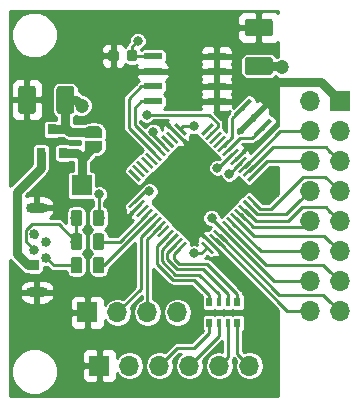
<source format=gbr>
G04 #@! TF.GenerationSoftware,KiCad,Pcbnew,(5.0.0-rc3-dev-2-g101b68b61)*
G04 #@! TF.CreationDate,2018-07-14T01:22:09-07:00*
G04 #@! TF.ProjectId,hp34401a_oled,68703334343031615F6F6C65642E6B69,rev?*
G04 #@! TF.SameCoordinates,Original*
G04 #@! TF.FileFunction,Copper,L2,Bot,Signal*
G04 #@! TF.FilePolarity,Positive*
%FSLAX46Y46*%
G04 Gerber Fmt 4.6, Leading zero omitted, Abs format (unit mm)*
G04 Created by KiCad (PCBNEW (5.0.0-rc3-dev-2-g101b68b61)) date 07/14/18 01:22:09*
%MOMM*%
%LPD*%
G01*
G04 APERTURE LIST*
G04 #@! TA.AperFunction,ComponentPad*
%ADD10O,1.850000X0.850000*%
G04 #@! TD*
G04 #@! TA.AperFunction,ComponentPad*
%ADD11C,0.840000*%
G04 #@! TD*
G04 #@! TA.AperFunction,ComponentPad*
%ADD12R,0.840000X0.840000*%
G04 #@! TD*
G04 #@! TA.AperFunction,SMDPad,CuDef*
%ADD13R,0.800000X0.900000*%
G04 #@! TD*
G04 #@! TA.AperFunction,ComponentPad*
%ADD14R,1.700000X1.700000*%
G04 #@! TD*
G04 #@! TA.AperFunction,ComponentPad*
%ADD15O,1.700000X1.700000*%
G04 #@! TD*
G04 #@! TA.AperFunction,SMDPad,CuDef*
%ADD16C,0.500000*%
G04 #@! TD*
G04 #@! TA.AperFunction,Conductor*
%ADD17C,0.100000*%
G04 #@! TD*
G04 #@! TA.AperFunction,SMDPad,CuDef*
%ADD18C,0.975000*%
G04 #@! TD*
G04 #@! TA.AperFunction,SMDPad,CuDef*
%ADD19C,0.250000*%
G04 #@! TD*
G04 #@! TA.AperFunction,SMDPad,CuDef*
%ADD20C,0.400000*%
G04 #@! TD*
G04 #@! TA.AperFunction,SMDPad,CuDef*
%ADD21C,1.500000*%
G04 #@! TD*
G04 #@! TA.AperFunction,SMDPad,CuDef*
%ADD22R,0.500000X0.800000*%
G04 #@! TD*
G04 #@! TA.AperFunction,SMDPad,CuDef*
%ADD23R,0.400000X0.800000*%
G04 #@! TD*
G04 #@! TA.AperFunction,SMDPad,CuDef*
%ADD24C,0.875000*%
G04 #@! TD*
G04 #@! TA.AperFunction,SMDPad,CuDef*
%ADD25R,1.550000X0.600000*%
G04 #@! TD*
G04 #@! TA.AperFunction,ViaPad*
%ADD26C,0.800000*%
G04 #@! TD*
G04 #@! TA.AperFunction,ViaPad*
%ADD27C,1.200000*%
G04 #@! TD*
G04 #@! TA.AperFunction,Conductor*
%ADD28C,0.800000*%
G04 #@! TD*
G04 #@! TA.AperFunction,Conductor*
%ADD29C,0.250000*%
G04 #@! TD*
G04 #@! TA.AperFunction,Conductor*
%ADD30C,0.240000*%
G04 #@! TD*
G04 APERTURE END LIST*
D10*
G04 #@! TO.P,J1,6*
G04 #@! TO.N,GND*
X52720000Y-57125000D03*
X52720000Y-64275000D03*
D11*
G04 #@! TO.P,J1,5*
X52500000Y-59400000D03*
G04 #@! TO.P,J1,4*
G04 #@! TO.N,N/C*
X53500000Y-60050000D03*
G04 #@! TO.P,J1,3*
G04 #@! TO.N,Net-(J1-Pad3)*
X52500000Y-60700000D03*
G04 #@! TO.P,J1,2*
G04 #@! TO.N,Net-(J1-Pad2)*
X53500000Y-61350000D03*
D12*
G04 #@! TO.P,J1,1*
G04 #@! TO.N,VBUS*
X52500000Y-62000000D03*
G04 #@! TD*
D13*
G04 #@! TO.P,D3,1*
G04 #@! TO.N,+12V*
X54950000Y-52500000D03*
G04 #@! TO.P,D3,2*
G04 #@! TO.N,VBUS*
X53050000Y-52500000D03*
G04 #@! TO.P,D3,3*
G04 #@! TO.N,/Vin*
X54000000Y-50500000D03*
G04 #@! TD*
D14*
G04 #@! TO.P,J2,1*
G04 #@! TO.N,GND*
X78340000Y-48100000D03*
D15*
G04 #@! TO.P,J2,2*
G04 #@! TO.N,+3V3*
X75800000Y-48100000D03*
G04 #@! TO.P,J2,3*
G04 #@! TO.N,N/C*
X78340000Y-50640000D03*
G04 #@! TO.P,J2,4*
G04 #@! TO.N,/DB0*
X75800000Y-50640000D03*
G04 #@! TO.P,J2,5*
G04 #@! TO.N,/DB1*
X78340000Y-53180000D03*
G04 #@! TO.P,J2,6*
G04 #@! TO.N,/DB2*
X75800000Y-53180000D03*
G04 #@! TO.P,J2,7*
G04 #@! TO.N,/DB3*
X78340000Y-55720000D03*
G04 #@! TO.P,J2,8*
G04 #@! TO.N,/DB4*
X75800000Y-55720000D03*
G04 #@! TO.P,J2,9*
G04 #@! TO.N,/DB5*
X78340000Y-58260000D03*
G04 #@! TO.P,J2,10*
G04 #@! TO.N,/DB6*
X75800000Y-58260000D03*
G04 #@! TO.P,J2,11*
G04 #@! TO.N,/DB7*
X78340000Y-60800000D03*
G04 #@! TO.P,J2,12*
G04 #@! TO.N,/RD*
X75800000Y-60800000D03*
G04 #@! TO.P,J2,13*
G04 #@! TO.N,/WR*
X78340000Y-63340000D03*
G04 #@! TO.P,J2,14*
G04 #@! TO.N,/BOOT1*
X75800000Y-63340000D03*
G04 #@! TO.P,J2,15*
G04 #@! TO.N,/Reset*
X78340000Y-65880000D03*
G04 #@! TO.P,J2,16*
G04 #@! TO.N,/CS*
X75800000Y-65880000D03*
G04 #@! TD*
D14*
G04 #@! TO.P,J3,1*
G04 #@! TO.N,GND*
X57000000Y-66000000D03*
D15*
G04 #@! TO.P,J3,2*
G04 #@! TO.N,/USART_RX*
X59540000Y-66000000D03*
G04 #@! TO.P,J3,3*
G04 #@! TO.N,/USART_TX*
X62080000Y-66000000D03*
G04 #@! TO.P,J3,4*
G04 #@! TO.N,+3V3*
X64620000Y-66000000D03*
G04 #@! TD*
D14*
G04 #@! TO.P,J4,1*
G04 #@! TO.N,GND*
X58000000Y-70500000D03*
D15*
G04 #@! TO.P,J4,2*
G04 #@! TO.N,+12V*
X60540000Y-70500000D03*
G04 #@! TO.P,J4,3*
G04 #@! TO.N,/SPI_MOSI*
X63080000Y-70500000D03*
G04 #@! TO.P,J4,4*
G04 #@! TO.N,/SPI_MISO*
X65620000Y-70500000D03*
G04 #@! TO.P,J4,5*
G04 #@! TO.N,/SPI_SCK*
X68160000Y-70500000D03*
G04 #@! TO.P,J4,6*
G04 #@! TO.N,/SPI_INT*
X70700000Y-70500000D03*
G04 #@! TD*
D16*
G04 #@! TO.P,JP2,1*
G04 #@! TO.N,+12V*
X57500000Y-52000000D03*
D17*
G04 #@! TD*
G04 #@! TO.N,+12V*
G04 #@! TO.C,JP2*
G36*
X58250000Y-51500000D02*
X58250000Y-52000000D01*
X58249398Y-52000000D01*
X58249398Y-52024534D01*
X58244588Y-52073365D01*
X58235016Y-52121490D01*
X58220772Y-52168445D01*
X58201995Y-52213778D01*
X58178864Y-52257051D01*
X58151604Y-52297850D01*
X58120476Y-52335779D01*
X58085779Y-52370476D01*
X58047850Y-52401604D01*
X58007051Y-52428864D01*
X57963778Y-52451995D01*
X57918445Y-52470772D01*
X57871490Y-52485016D01*
X57823365Y-52494588D01*
X57774534Y-52499398D01*
X57750000Y-52499398D01*
X57750000Y-52500000D01*
X57250000Y-52500000D01*
X57250000Y-52499398D01*
X57225466Y-52499398D01*
X57176635Y-52494588D01*
X57128510Y-52485016D01*
X57081555Y-52470772D01*
X57036222Y-52451995D01*
X56992949Y-52428864D01*
X56952150Y-52401604D01*
X56914221Y-52370476D01*
X56879524Y-52335779D01*
X56848396Y-52297850D01*
X56821136Y-52257051D01*
X56798005Y-52213778D01*
X56779228Y-52168445D01*
X56764984Y-52121490D01*
X56755412Y-52073365D01*
X56750602Y-52024534D01*
X56750602Y-52000000D01*
X56750000Y-52000000D01*
X56750000Y-51500000D01*
X58250000Y-51500000D01*
X58250000Y-51500000D01*
G37*
D16*
G04 #@! TO.P,JP2,2*
G04 #@! TO.N,/Vin*
X57500000Y-50700000D03*
D17*
G04 #@! TD*
G04 #@! TO.N,/Vin*
G04 #@! TO.C,JP2*
G36*
X56750602Y-50700000D02*
X56750602Y-50675466D01*
X56755412Y-50626635D01*
X56764984Y-50578510D01*
X56779228Y-50531555D01*
X56798005Y-50486222D01*
X56821136Y-50442949D01*
X56848396Y-50402150D01*
X56879524Y-50364221D01*
X56914221Y-50329524D01*
X56952150Y-50298396D01*
X56992949Y-50271136D01*
X57036222Y-50248005D01*
X57081555Y-50229228D01*
X57128510Y-50214984D01*
X57176635Y-50205412D01*
X57225466Y-50200602D01*
X57250000Y-50200602D01*
X57250000Y-50200000D01*
X57750000Y-50200000D01*
X57750000Y-50200602D01*
X57774534Y-50200602D01*
X57823365Y-50205412D01*
X57871490Y-50214984D01*
X57918445Y-50229228D01*
X57963778Y-50248005D01*
X58007051Y-50271136D01*
X58047850Y-50298396D01*
X58085779Y-50329524D01*
X58120476Y-50364221D01*
X58151604Y-50402150D01*
X58178864Y-50442949D01*
X58201995Y-50486222D01*
X58220772Y-50531555D01*
X58235016Y-50578510D01*
X58244588Y-50626635D01*
X58249398Y-50675466D01*
X58249398Y-50700000D01*
X58250000Y-50700000D01*
X58250000Y-51200000D01*
X56750000Y-51200000D01*
X56750000Y-50700000D01*
X56750602Y-50700000D01*
X56750602Y-50700000D01*
G37*
G04 #@! TO.N,Net-(J1-Pad3)*
G04 #@! TO.C,R2*
G36*
X56330142Y-57301174D02*
X56353803Y-57304684D01*
X56377007Y-57310496D01*
X56399529Y-57318554D01*
X56421153Y-57328782D01*
X56441670Y-57341079D01*
X56460883Y-57355329D01*
X56478607Y-57371393D01*
X56494671Y-57389117D01*
X56508921Y-57408330D01*
X56521218Y-57428847D01*
X56531446Y-57450471D01*
X56539504Y-57472993D01*
X56545316Y-57496197D01*
X56548826Y-57519858D01*
X56550000Y-57543750D01*
X56550000Y-58456250D01*
X56548826Y-58480142D01*
X56545316Y-58503803D01*
X56539504Y-58527007D01*
X56531446Y-58549529D01*
X56521218Y-58571153D01*
X56508921Y-58591670D01*
X56494671Y-58610883D01*
X56478607Y-58628607D01*
X56460883Y-58644671D01*
X56441670Y-58658921D01*
X56421153Y-58671218D01*
X56399529Y-58681446D01*
X56377007Y-58689504D01*
X56353803Y-58695316D01*
X56330142Y-58698826D01*
X56306250Y-58700000D01*
X55818750Y-58700000D01*
X55794858Y-58698826D01*
X55771197Y-58695316D01*
X55747993Y-58689504D01*
X55725471Y-58681446D01*
X55703847Y-58671218D01*
X55683330Y-58658921D01*
X55664117Y-58644671D01*
X55646393Y-58628607D01*
X55630329Y-58610883D01*
X55616079Y-58591670D01*
X55603782Y-58571153D01*
X55593554Y-58549529D01*
X55585496Y-58527007D01*
X55579684Y-58503803D01*
X55576174Y-58480142D01*
X55575000Y-58456250D01*
X55575000Y-57543750D01*
X55576174Y-57519858D01*
X55579684Y-57496197D01*
X55585496Y-57472993D01*
X55593554Y-57450471D01*
X55603782Y-57428847D01*
X55616079Y-57408330D01*
X55630329Y-57389117D01*
X55646393Y-57371393D01*
X55664117Y-57355329D01*
X55683330Y-57341079D01*
X55703847Y-57328782D01*
X55725471Y-57318554D01*
X55747993Y-57310496D01*
X55771197Y-57304684D01*
X55794858Y-57301174D01*
X55818750Y-57300000D01*
X56306250Y-57300000D01*
X56330142Y-57301174D01*
X56330142Y-57301174D01*
G37*
D18*
G04 #@! TD*
G04 #@! TO.P,R2,1*
G04 #@! TO.N,Net-(J1-Pad3)*
X56062500Y-58000000D03*
D17*
G04 #@! TO.N,+3V3*
G04 #@! TO.C,R2*
G36*
X58205142Y-57301174D02*
X58228803Y-57304684D01*
X58252007Y-57310496D01*
X58274529Y-57318554D01*
X58296153Y-57328782D01*
X58316670Y-57341079D01*
X58335883Y-57355329D01*
X58353607Y-57371393D01*
X58369671Y-57389117D01*
X58383921Y-57408330D01*
X58396218Y-57428847D01*
X58406446Y-57450471D01*
X58414504Y-57472993D01*
X58420316Y-57496197D01*
X58423826Y-57519858D01*
X58425000Y-57543750D01*
X58425000Y-58456250D01*
X58423826Y-58480142D01*
X58420316Y-58503803D01*
X58414504Y-58527007D01*
X58406446Y-58549529D01*
X58396218Y-58571153D01*
X58383921Y-58591670D01*
X58369671Y-58610883D01*
X58353607Y-58628607D01*
X58335883Y-58644671D01*
X58316670Y-58658921D01*
X58296153Y-58671218D01*
X58274529Y-58681446D01*
X58252007Y-58689504D01*
X58228803Y-58695316D01*
X58205142Y-58698826D01*
X58181250Y-58700000D01*
X57693750Y-58700000D01*
X57669858Y-58698826D01*
X57646197Y-58695316D01*
X57622993Y-58689504D01*
X57600471Y-58681446D01*
X57578847Y-58671218D01*
X57558330Y-58658921D01*
X57539117Y-58644671D01*
X57521393Y-58628607D01*
X57505329Y-58610883D01*
X57491079Y-58591670D01*
X57478782Y-58571153D01*
X57468554Y-58549529D01*
X57460496Y-58527007D01*
X57454684Y-58503803D01*
X57451174Y-58480142D01*
X57450000Y-58456250D01*
X57450000Y-57543750D01*
X57451174Y-57519858D01*
X57454684Y-57496197D01*
X57460496Y-57472993D01*
X57468554Y-57450471D01*
X57478782Y-57428847D01*
X57491079Y-57408330D01*
X57505329Y-57389117D01*
X57521393Y-57371393D01*
X57539117Y-57355329D01*
X57558330Y-57341079D01*
X57578847Y-57328782D01*
X57600471Y-57318554D01*
X57622993Y-57310496D01*
X57646197Y-57304684D01*
X57669858Y-57301174D01*
X57693750Y-57300000D01*
X58181250Y-57300000D01*
X58205142Y-57301174D01*
X58205142Y-57301174D01*
G37*
D18*
G04 #@! TD*
G04 #@! TO.P,R2,2*
G04 #@! TO.N,+3V3*
X57937500Y-58000000D03*
D17*
G04 #@! TO.N,Net-(J1-Pad3)*
G04 #@! TO.C,R5*
G36*
X56330142Y-59301174D02*
X56353803Y-59304684D01*
X56377007Y-59310496D01*
X56399529Y-59318554D01*
X56421153Y-59328782D01*
X56441670Y-59341079D01*
X56460883Y-59355329D01*
X56478607Y-59371393D01*
X56494671Y-59389117D01*
X56508921Y-59408330D01*
X56521218Y-59428847D01*
X56531446Y-59450471D01*
X56539504Y-59472993D01*
X56545316Y-59496197D01*
X56548826Y-59519858D01*
X56550000Y-59543750D01*
X56550000Y-60456250D01*
X56548826Y-60480142D01*
X56545316Y-60503803D01*
X56539504Y-60527007D01*
X56531446Y-60549529D01*
X56521218Y-60571153D01*
X56508921Y-60591670D01*
X56494671Y-60610883D01*
X56478607Y-60628607D01*
X56460883Y-60644671D01*
X56441670Y-60658921D01*
X56421153Y-60671218D01*
X56399529Y-60681446D01*
X56377007Y-60689504D01*
X56353803Y-60695316D01*
X56330142Y-60698826D01*
X56306250Y-60700000D01*
X55818750Y-60700000D01*
X55794858Y-60698826D01*
X55771197Y-60695316D01*
X55747993Y-60689504D01*
X55725471Y-60681446D01*
X55703847Y-60671218D01*
X55683330Y-60658921D01*
X55664117Y-60644671D01*
X55646393Y-60628607D01*
X55630329Y-60610883D01*
X55616079Y-60591670D01*
X55603782Y-60571153D01*
X55593554Y-60549529D01*
X55585496Y-60527007D01*
X55579684Y-60503803D01*
X55576174Y-60480142D01*
X55575000Y-60456250D01*
X55575000Y-59543750D01*
X55576174Y-59519858D01*
X55579684Y-59496197D01*
X55585496Y-59472993D01*
X55593554Y-59450471D01*
X55603782Y-59428847D01*
X55616079Y-59408330D01*
X55630329Y-59389117D01*
X55646393Y-59371393D01*
X55664117Y-59355329D01*
X55683330Y-59341079D01*
X55703847Y-59328782D01*
X55725471Y-59318554D01*
X55747993Y-59310496D01*
X55771197Y-59304684D01*
X55794858Y-59301174D01*
X55818750Y-59300000D01*
X56306250Y-59300000D01*
X56330142Y-59301174D01*
X56330142Y-59301174D01*
G37*
D18*
G04 #@! TD*
G04 #@! TO.P,R5,2*
G04 #@! TO.N,Net-(J1-Pad3)*
X56062500Y-60000000D03*
D17*
G04 #@! TO.N,/USBDP*
G04 #@! TO.C,R5*
G36*
X58205142Y-59301174D02*
X58228803Y-59304684D01*
X58252007Y-59310496D01*
X58274529Y-59318554D01*
X58296153Y-59328782D01*
X58316670Y-59341079D01*
X58335883Y-59355329D01*
X58353607Y-59371393D01*
X58369671Y-59389117D01*
X58383921Y-59408330D01*
X58396218Y-59428847D01*
X58406446Y-59450471D01*
X58414504Y-59472993D01*
X58420316Y-59496197D01*
X58423826Y-59519858D01*
X58425000Y-59543750D01*
X58425000Y-60456250D01*
X58423826Y-60480142D01*
X58420316Y-60503803D01*
X58414504Y-60527007D01*
X58406446Y-60549529D01*
X58396218Y-60571153D01*
X58383921Y-60591670D01*
X58369671Y-60610883D01*
X58353607Y-60628607D01*
X58335883Y-60644671D01*
X58316670Y-60658921D01*
X58296153Y-60671218D01*
X58274529Y-60681446D01*
X58252007Y-60689504D01*
X58228803Y-60695316D01*
X58205142Y-60698826D01*
X58181250Y-60700000D01*
X57693750Y-60700000D01*
X57669858Y-60698826D01*
X57646197Y-60695316D01*
X57622993Y-60689504D01*
X57600471Y-60681446D01*
X57578847Y-60671218D01*
X57558330Y-60658921D01*
X57539117Y-60644671D01*
X57521393Y-60628607D01*
X57505329Y-60610883D01*
X57491079Y-60591670D01*
X57478782Y-60571153D01*
X57468554Y-60549529D01*
X57460496Y-60527007D01*
X57454684Y-60503803D01*
X57451174Y-60480142D01*
X57450000Y-60456250D01*
X57450000Y-59543750D01*
X57451174Y-59519858D01*
X57454684Y-59496197D01*
X57460496Y-59472993D01*
X57468554Y-59450471D01*
X57478782Y-59428847D01*
X57491079Y-59408330D01*
X57505329Y-59389117D01*
X57521393Y-59371393D01*
X57539117Y-59355329D01*
X57558330Y-59341079D01*
X57578847Y-59328782D01*
X57600471Y-59318554D01*
X57622993Y-59310496D01*
X57646197Y-59304684D01*
X57669858Y-59301174D01*
X57693750Y-59300000D01*
X58181250Y-59300000D01*
X58205142Y-59301174D01*
X58205142Y-59301174D01*
G37*
D18*
G04 #@! TD*
G04 #@! TO.P,R5,1*
G04 #@! TO.N,/USBDP*
X57937500Y-60000000D03*
D17*
G04 #@! TO.N,Net-(J1-Pad2)*
G04 #@! TO.C,R6*
G36*
X56330142Y-61301174D02*
X56353803Y-61304684D01*
X56377007Y-61310496D01*
X56399529Y-61318554D01*
X56421153Y-61328782D01*
X56441670Y-61341079D01*
X56460883Y-61355329D01*
X56478607Y-61371393D01*
X56494671Y-61389117D01*
X56508921Y-61408330D01*
X56521218Y-61428847D01*
X56531446Y-61450471D01*
X56539504Y-61472993D01*
X56545316Y-61496197D01*
X56548826Y-61519858D01*
X56550000Y-61543750D01*
X56550000Y-62456250D01*
X56548826Y-62480142D01*
X56545316Y-62503803D01*
X56539504Y-62527007D01*
X56531446Y-62549529D01*
X56521218Y-62571153D01*
X56508921Y-62591670D01*
X56494671Y-62610883D01*
X56478607Y-62628607D01*
X56460883Y-62644671D01*
X56441670Y-62658921D01*
X56421153Y-62671218D01*
X56399529Y-62681446D01*
X56377007Y-62689504D01*
X56353803Y-62695316D01*
X56330142Y-62698826D01*
X56306250Y-62700000D01*
X55818750Y-62700000D01*
X55794858Y-62698826D01*
X55771197Y-62695316D01*
X55747993Y-62689504D01*
X55725471Y-62681446D01*
X55703847Y-62671218D01*
X55683330Y-62658921D01*
X55664117Y-62644671D01*
X55646393Y-62628607D01*
X55630329Y-62610883D01*
X55616079Y-62591670D01*
X55603782Y-62571153D01*
X55593554Y-62549529D01*
X55585496Y-62527007D01*
X55579684Y-62503803D01*
X55576174Y-62480142D01*
X55575000Y-62456250D01*
X55575000Y-61543750D01*
X55576174Y-61519858D01*
X55579684Y-61496197D01*
X55585496Y-61472993D01*
X55593554Y-61450471D01*
X55603782Y-61428847D01*
X55616079Y-61408330D01*
X55630329Y-61389117D01*
X55646393Y-61371393D01*
X55664117Y-61355329D01*
X55683330Y-61341079D01*
X55703847Y-61328782D01*
X55725471Y-61318554D01*
X55747993Y-61310496D01*
X55771197Y-61304684D01*
X55794858Y-61301174D01*
X55818750Y-61300000D01*
X56306250Y-61300000D01*
X56330142Y-61301174D01*
X56330142Y-61301174D01*
G37*
D18*
G04 #@! TD*
G04 #@! TO.P,R6,2*
G04 #@! TO.N,Net-(J1-Pad2)*
X56062500Y-62000000D03*
D17*
G04 #@! TO.N,/USBDN*
G04 #@! TO.C,R6*
G36*
X58205142Y-61301174D02*
X58228803Y-61304684D01*
X58252007Y-61310496D01*
X58274529Y-61318554D01*
X58296153Y-61328782D01*
X58316670Y-61341079D01*
X58335883Y-61355329D01*
X58353607Y-61371393D01*
X58369671Y-61389117D01*
X58383921Y-61408330D01*
X58396218Y-61428847D01*
X58406446Y-61450471D01*
X58414504Y-61472993D01*
X58420316Y-61496197D01*
X58423826Y-61519858D01*
X58425000Y-61543750D01*
X58425000Y-62456250D01*
X58423826Y-62480142D01*
X58420316Y-62503803D01*
X58414504Y-62527007D01*
X58406446Y-62549529D01*
X58396218Y-62571153D01*
X58383921Y-62591670D01*
X58369671Y-62610883D01*
X58353607Y-62628607D01*
X58335883Y-62644671D01*
X58316670Y-62658921D01*
X58296153Y-62671218D01*
X58274529Y-62681446D01*
X58252007Y-62689504D01*
X58228803Y-62695316D01*
X58205142Y-62698826D01*
X58181250Y-62700000D01*
X57693750Y-62700000D01*
X57669858Y-62698826D01*
X57646197Y-62695316D01*
X57622993Y-62689504D01*
X57600471Y-62681446D01*
X57578847Y-62671218D01*
X57558330Y-62658921D01*
X57539117Y-62644671D01*
X57521393Y-62628607D01*
X57505329Y-62610883D01*
X57491079Y-62591670D01*
X57478782Y-62571153D01*
X57468554Y-62549529D01*
X57460496Y-62527007D01*
X57454684Y-62503803D01*
X57451174Y-62480142D01*
X57450000Y-62456250D01*
X57450000Y-61543750D01*
X57451174Y-61519858D01*
X57454684Y-61496197D01*
X57460496Y-61472993D01*
X57468554Y-61450471D01*
X57478782Y-61428847D01*
X57491079Y-61408330D01*
X57505329Y-61389117D01*
X57521393Y-61371393D01*
X57539117Y-61355329D01*
X57558330Y-61341079D01*
X57578847Y-61328782D01*
X57600471Y-61318554D01*
X57622993Y-61310496D01*
X57646197Y-61304684D01*
X57669858Y-61301174D01*
X57693750Y-61300000D01*
X58181250Y-61300000D01*
X58205142Y-61301174D01*
X58205142Y-61301174D01*
G37*
D18*
G04 #@! TD*
G04 #@! TO.P,R6,1*
G04 #@! TO.N,/USBDN*
X57937500Y-62000000D03*
D19*
G04 #@! TO.P,U1,1*
G04 #@! TO.N,N/C*
X67131371Y-50479542D03*
D17*
G04 #@! TD*
G04 #@! TO.N,N/C*
G04 #@! TO.C,U1*
G36*
X67502602Y-49931534D02*
X67679379Y-50108311D01*
X66760140Y-51027550D01*
X66583363Y-50850773D01*
X67502602Y-49931534D01*
X67502602Y-49931534D01*
G37*
D19*
G04 #@! TO.P,U1,2*
G04 #@! TO.N,/PC13*
X67484924Y-50833095D03*
D17*
G04 #@! TD*
G04 #@! TO.N,/PC13*
G04 #@! TO.C,U1*
G36*
X67856155Y-50285087D02*
X68032932Y-50461864D01*
X67113693Y-51381103D01*
X66936916Y-51204326D01*
X67856155Y-50285087D01*
X67856155Y-50285087D01*
G37*
D19*
G04 #@! TO.P,U1,3*
G04 #@! TO.N,N/C*
X67838478Y-51186649D03*
D17*
G04 #@! TD*
G04 #@! TO.N,N/C*
G04 #@! TO.C,U1*
G36*
X68209709Y-50638641D02*
X68386486Y-50815418D01*
X67467247Y-51734657D01*
X67290470Y-51557880D01*
X68209709Y-50638641D01*
X68209709Y-50638641D01*
G37*
D19*
G04 #@! TO.P,U1,4*
G04 #@! TO.N,N/C*
X68192031Y-51540202D03*
D17*
G04 #@! TD*
G04 #@! TO.N,N/C*
G04 #@! TO.C,U1*
G36*
X68563262Y-50992194D02*
X68740039Y-51168971D01*
X67820800Y-52088210D01*
X67644023Y-51911433D01*
X68563262Y-50992194D01*
X68563262Y-50992194D01*
G37*
D19*
G04 #@! TO.P,U1,5*
G04 #@! TO.N,Net-(U1-Pad5)*
X68545584Y-51893755D03*
D17*
G04 #@! TD*
G04 #@! TO.N,Net-(U1-Pad5)*
G04 #@! TO.C,U1*
G36*
X68916815Y-51345747D02*
X69093592Y-51522524D01*
X68174353Y-52441763D01*
X67997576Y-52264986D01*
X68916815Y-51345747D01*
X68916815Y-51345747D01*
G37*
D19*
G04 #@! TO.P,U1,6*
G04 #@! TO.N,Net-(U1-Pad6)*
X68899138Y-52247309D03*
D17*
G04 #@! TD*
G04 #@! TO.N,Net-(U1-Pad6)*
G04 #@! TO.C,U1*
G36*
X69270369Y-51699301D02*
X69447146Y-51876078D01*
X68527907Y-52795317D01*
X68351130Y-52618540D01*
X69270369Y-51699301D01*
X69270369Y-51699301D01*
G37*
D19*
G04 #@! TO.P,U1,7*
G04 #@! TO.N,Net-(R1-Pad2)*
X69252691Y-52600862D03*
D17*
G04 #@! TD*
G04 #@! TO.N,Net-(R1-Pad2)*
G04 #@! TO.C,U1*
G36*
X69623922Y-52052854D02*
X69800699Y-52229631D01*
X68881460Y-53148870D01*
X68704683Y-52972093D01*
X69623922Y-52052854D01*
X69623922Y-52052854D01*
G37*
D19*
G04 #@! TO.P,U1,8*
G04 #@! TO.N,GND*
X69606245Y-52954416D03*
D17*
G04 #@! TD*
G04 #@! TO.N,GND*
G04 #@! TO.C,U1*
G36*
X69977476Y-52406408D02*
X70154253Y-52583185D01*
X69235014Y-53502424D01*
X69058237Y-53325647D01*
X69977476Y-52406408D01*
X69977476Y-52406408D01*
G37*
D19*
G04 #@! TO.P,U1,9*
G04 #@! TO.N,+3V3*
X69959798Y-53307969D03*
D17*
G04 #@! TD*
G04 #@! TO.N,+3V3*
G04 #@! TO.C,U1*
G36*
X70331029Y-52759961D02*
X70507806Y-52936738D01*
X69588567Y-53855977D01*
X69411790Y-53679200D01*
X70331029Y-52759961D01*
X70331029Y-52759961D01*
G37*
D19*
G04 #@! TO.P,U1,10*
G04 #@! TO.N,/DB0*
X70313351Y-53661522D03*
D17*
G04 #@! TD*
G04 #@! TO.N,/DB0*
G04 #@! TO.C,U1*
G36*
X70684582Y-53113514D02*
X70861359Y-53290291D01*
X69942120Y-54209530D01*
X69765343Y-54032753D01*
X70684582Y-53113514D01*
X70684582Y-53113514D01*
G37*
D19*
G04 #@! TO.P,U1,11*
G04 #@! TO.N,/DB1*
X70666905Y-54015076D03*
D17*
G04 #@! TD*
G04 #@! TO.N,/DB1*
G04 #@! TO.C,U1*
G36*
X71038136Y-53467068D02*
X71214913Y-53643845D01*
X70295674Y-54563084D01*
X70118897Y-54386307D01*
X71038136Y-53467068D01*
X71038136Y-53467068D01*
G37*
D19*
G04 #@! TO.P,U1,12*
G04 #@! TO.N,/DB2*
X71020458Y-54368629D03*
D17*
G04 #@! TD*
G04 #@! TO.N,/DB2*
G04 #@! TO.C,U1*
G36*
X71391689Y-53820621D02*
X71568466Y-53997398D01*
X70649227Y-54916637D01*
X70472450Y-54739860D01*
X71391689Y-53820621D01*
X71391689Y-53820621D01*
G37*
D19*
G04 #@! TO.P,U1,13*
G04 #@! TO.N,/DB3*
X71020458Y-56631371D03*
D17*
G04 #@! TD*
G04 #@! TO.N,/DB3*
G04 #@! TO.C,U1*
G36*
X71568466Y-57002602D02*
X71391689Y-57179379D01*
X70472450Y-56260140D01*
X70649227Y-56083363D01*
X71568466Y-57002602D01*
X71568466Y-57002602D01*
G37*
D19*
G04 #@! TO.P,U1,14*
G04 #@! TO.N,/DB4*
X70666905Y-56984924D03*
D17*
G04 #@! TD*
G04 #@! TO.N,/DB4*
G04 #@! TO.C,U1*
G36*
X71214913Y-57356155D02*
X71038136Y-57532932D01*
X70118897Y-56613693D01*
X70295674Y-56436916D01*
X71214913Y-57356155D01*
X71214913Y-57356155D01*
G37*
D19*
G04 #@! TO.P,U1,15*
G04 #@! TO.N,/DB5*
X70313351Y-57338478D03*
D17*
G04 #@! TD*
G04 #@! TO.N,/DB5*
G04 #@! TO.C,U1*
G36*
X70861359Y-57709709D02*
X70684582Y-57886486D01*
X69765343Y-56967247D01*
X69942120Y-56790470D01*
X70861359Y-57709709D01*
X70861359Y-57709709D01*
G37*
D19*
G04 #@! TO.P,U1,16*
G04 #@! TO.N,/DB6*
X69959798Y-57692031D03*
D17*
G04 #@! TD*
G04 #@! TO.N,/DB6*
G04 #@! TO.C,U1*
G36*
X70507806Y-58063262D02*
X70331029Y-58240039D01*
X69411790Y-57320800D01*
X69588567Y-57144023D01*
X70507806Y-58063262D01*
X70507806Y-58063262D01*
G37*
D19*
G04 #@! TO.P,U1,17*
G04 #@! TO.N,/DB7*
X69606245Y-58045584D03*
D17*
G04 #@! TD*
G04 #@! TO.N,/DB7*
G04 #@! TO.C,U1*
G36*
X70154253Y-58416815D02*
X69977476Y-58593592D01*
X69058237Y-57674353D01*
X69235014Y-57497576D01*
X70154253Y-58416815D01*
X70154253Y-58416815D01*
G37*
D19*
G04 #@! TO.P,U1,18*
G04 #@! TO.N,/RD*
X69252691Y-58399138D03*
D17*
G04 #@! TD*
G04 #@! TO.N,/RD*
G04 #@! TO.C,U1*
G36*
X69800699Y-58770369D02*
X69623922Y-58947146D01*
X68704683Y-58027907D01*
X68881460Y-57851130D01*
X69800699Y-58770369D01*
X69800699Y-58770369D01*
G37*
D19*
G04 #@! TO.P,U1,19*
G04 #@! TO.N,/WR*
X68899138Y-58752691D03*
D17*
G04 #@! TD*
G04 #@! TO.N,/WR*
G04 #@! TO.C,U1*
G36*
X69447146Y-59123922D02*
X69270369Y-59300699D01*
X68351130Y-58381460D01*
X68527907Y-58204683D01*
X69447146Y-59123922D01*
X69447146Y-59123922D01*
G37*
D19*
G04 #@! TO.P,U1,20*
G04 #@! TO.N,/BOOT1*
X68545584Y-59106245D03*
D17*
G04 #@! TD*
G04 #@! TO.N,/BOOT1*
G04 #@! TO.C,U1*
G36*
X69093592Y-59477476D02*
X68916815Y-59654253D01*
X67997576Y-58735014D01*
X68174353Y-58558237D01*
X69093592Y-59477476D01*
X69093592Y-59477476D01*
G37*
D19*
G04 #@! TO.P,U1,21*
G04 #@! TO.N,/Reset*
X68192031Y-59459798D03*
D17*
G04 #@! TD*
G04 #@! TO.N,/Reset*
G04 #@! TO.C,U1*
G36*
X68740039Y-59831029D02*
X68563262Y-60007806D01*
X67644023Y-59088567D01*
X67820800Y-58911790D01*
X68740039Y-59831029D01*
X68740039Y-59831029D01*
G37*
D19*
G04 #@! TO.P,U1,22*
G04 #@! TO.N,/CS*
X67838478Y-59813351D03*
D17*
G04 #@! TD*
G04 #@! TO.N,/CS*
G04 #@! TO.C,U1*
G36*
X68386486Y-60184582D02*
X68209709Y-60361359D01*
X67290470Y-59442120D01*
X67467247Y-59265343D01*
X68386486Y-60184582D01*
X68386486Y-60184582D01*
G37*
D19*
G04 #@! TO.P,U1,23*
G04 #@! TO.N,GND*
X67484924Y-60166905D03*
D17*
G04 #@! TD*
G04 #@! TO.N,GND*
G04 #@! TO.C,U1*
G36*
X68032932Y-60538136D02*
X67856155Y-60714913D01*
X66936916Y-59795674D01*
X67113693Y-59618897D01*
X68032932Y-60538136D01*
X68032932Y-60538136D01*
G37*
D19*
G04 #@! TO.P,U1,24*
G04 #@! TO.N,+3V3*
X67131371Y-60520458D03*
D17*
G04 #@! TD*
G04 #@! TO.N,+3V3*
G04 #@! TO.C,U1*
G36*
X67679379Y-60891689D02*
X67502602Y-61068466D01*
X66583363Y-60149227D01*
X66760140Y-59972450D01*
X67679379Y-60891689D01*
X67679379Y-60891689D01*
G37*
D19*
G04 #@! TO.P,U1,25*
G04 #@! TO.N,Net-(RN1-Pad8)*
X64868629Y-60520458D03*
D17*
G04 #@! TD*
G04 #@! TO.N,Net-(RN1-Pad8)*
G04 #@! TO.C,U1*
G36*
X65239860Y-59972450D02*
X65416637Y-60149227D01*
X64497398Y-61068466D01*
X64320621Y-60891689D01*
X65239860Y-59972450D01*
X65239860Y-59972450D01*
G37*
D19*
G04 #@! TO.P,U1,26*
G04 #@! TO.N,Net-(RN1-Pad7)*
X64515076Y-60166905D03*
D17*
G04 #@! TD*
G04 #@! TO.N,Net-(RN1-Pad7)*
G04 #@! TO.C,U1*
G36*
X64886307Y-59618897D02*
X65063084Y-59795674D01*
X64143845Y-60714913D01*
X63967068Y-60538136D01*
X64886307Y-59618897D01*
X64886307Y-59618897D01*
G37*
D19*
G04 #@! TO.P,U1,27*
G04 #@! TO.N,Net-(RN1-Pad6)*
X64161522Y-59813351D03*
D17*
G04 #@! TD*
G04 #@! TO.N,Net-(RN1-Pad6)*
G04 #@! TO.C,U1*
G36*
X64532753Y-59265343D02*
X64709530Y-59442120D01*
X63790291Y-60361359D01*
X63613514Y-60184582D01*
X64532753Y-59265343D01*
X64532753Y-59265343D01*
G37*
D19*
G04 #@! TO.P,U1,28*
G04 #@! TO.N,Net-(RN1-Pad5)*
X63807969Y-59459798D03*
D17*
G04 #@! TD*
G04 #@! TO.N,Net-(RN1-Pad5)*
G04 #@! TO.C,U1*
G36*
X64179200Y-58911790D02*
X64355977Y-59088567D01*
X63436738Y-60007806D01*
X63259961Y-59831029D01*
X64179200Y-58911790D01*
X64179200Y-58911790D01*
G37*
D19*
G04 #@! TO.P,U1,29*
G04 #@! TO.N,N/C*
X63454416Y-59106245D03*
D17*
G04 #@! TD*
G04 #@! TO.N,N/C*
G04 #@! TO.C,U1*
G36*
X63825647Y-58558237D02*
X64002424Y-58735014D01*
X63083185Y-59654253D01*
X62906408Y-59477476D01*
X63825647Y-58558237D01*
X63825647Y-58558237D01*
G37*
D19*
G04 #@! TO.P,U1,30*
G04 #@! TO.N,/USART_TX*
X63100862Y-58752691D03*
D17*
G04 #@! TD*
G04 #@! TO.N,/USART_TX*
G04 #@! TO.C,U1*
G36*
X63472093Y-58204683D02*
X63648870Y-58381460D01*
X62729631Y-59300699D01*
X62552854Y-59123922D01*
X63472093Y-58204683D01*
X63472093Y-58204683D01*
G37*
D19*
G04 #@! TO.P,U1,31*
G04 #@! TO.N,/USART_RX*
X62747309Y-58399138D03*
D17*
G04 #@! TD*
G04 #@! TO.N,/USART_RX*
G04 #@! TO.C,U1*
G36*
X63118540Y-57851130D02*
X63295317Y-58027907D01*
X62376078Y-58947146D01*
X62199301Y-58770369D01*
X63118540Y-57851130D01*
X63118540Y-57851130D01*
G37*
D19*
G04 #@! TO.P,U1,32*
G04 #@! TO.N,/USBDN*
X62393755Y-58045584D03*
D17*
G04 #@! TD*
G04 #@! TO.N,/USBDN*
G04 #@! TO.C,U1*
G36*
X62764986Y-57497576D02*
X62941763Y-57674353D01*
X62022524Y-58593592D01*
X61845747Y-58416815D01*
X62764986Y-57497576D01*
X62764986Y-57497576D01*
G37*
D19*
G04 #@! TO.P,U1,33*
G04 #@! TO.N,/USBDP*
X62040202Y-57692031D03*
D17*
G04 #@! TD*
G04 #@! TO.N,/USBDP*
G04 #@! TO.C,U1*
G36*
X62411433Y-57144023D02*
X62588210Y-57320800D01*
X61668971Y-58240039D01*
X61492194Y-58063262D01*
X62411433Y-57144023D01*
X62411433Y-57144023D01*
G37*
D19*
G04 #@! TO.P,U1,34*
G04 #@! TO.N,N/C*
X61686649Y-57338478D03*
D17*
G04 #@! TD*
G04 #@! TO.N,N/C*
G04 #@! TO.C,U1*
G36*
X62057880Y-56790470D02*
X62234657Y-56967247D01*
X61315418Y-57886486D01*
X61138641Y-57709709D01*
X62057880Y-56790470D01*
X62057880Y-56790470D01*
G37*
D19*
G04 #@! TO.P,U1,35*
G04 #@! TO.N,GND*
X61333095Y-56984924D03*
D17*
G04 #@! TD*
G04 #@! TO.N,GND*
G04 #@! TO.C,U1*
G36*
X61704326Y-56436916D02*
X61881103Y-56613693D01*
X60961864Y-57532932D01*
X60785087Y-57356155D01*
X61704326Y-56436916D01*
X61704326Y-56436916D01*
G37*
D19*
G04 #@! TO.P,U1,36*
G04 #@! TO.N,+3V3*
X60979542Y-56631371D03*
D17*
G04 #@! TD*
G04 #@! TO.N,+3V3*
G04 #@! TO.C,U1*
G36*
X61350773Y-56083363D02*
X61527550Y-56260140D01*
X60608311Y-57179379D01*
X60431534Y-57002602D01*
X61350773Y-56083363D01*
X61350773Y-56083363D01*
G37*
D19*
G04 #@! TO.P,U1,37*
G04 #@! TO.N,N/C*
X60979542Y-54368629D03*
D17*
G04 #@! TD*
G04 #@! TO.N,N/C*
G04 #@! TO.C,U1*
G36*
X61527550Y-54739860D02*
X61350773Y-54916637D01*
X60431534Y-53997398D01*
X60608311Y-53820621D01*
X61527550Y-54739860D01*
X61527550Y-54739860D01*
G37*
D19*
G04 #@! TO.P,U1,38*
G04 #@! TO.N,N/C*
X61333095Y-54015076D03*
D17*
G04 #@! TD*
G04 #@! TO.N,N/C*
G04 #@! TO.C,U1*
G36*
X61881103Y-54386307D02*
X61704326Y-54563084D01*
X60785087Y-53643845D01*
X60961864Y-53467068D01*
X61881103Y-54386307D01*
X61881103Y-54386307D01*
G37*
D19*
G04 #@! TO.P,U1,39*
G04 #@! TO.N,N/C*
X61686649Y-53661522D03*
D17*
G04 #@! TD*
G04 #@! TO.N,N/C*
G04 #@! TO.C,U1*
G36*
X62234657Y-54032753D02*
X62057880Y-54209530D01*
X61138641Y-53290291D01*
X61315418Y-53113514D01*
X62234657Y-54032753D01*
X62234657Y-54032753D01*
G37*
D19*
G04 #@! TO.P,U1,40*
G04 #@! TO.N,N/C*
X62040202Y-53307969D03*
D17*
G04 #@! TD*
G04 #@! TO.N,N/C*
G04 #@! TO.C,U1*
G36*
X62588210Y-53679200D02*
X62411433Y-53855977D01*
X61492194Y-52936738D01*
X61668971Y-52759961D01*
X62588210Y-53679200D01*
X62588210Y-53679200D01*
G37*
D19*
G04 #@! TO.P,U1,41*
G04 #@! TO.N,N/C*
X62393755Y-52954416D03*
D17*
G04 #@! TD*
G04 #@! TO.N,N/C*
G04 #@! TO.C,U1*
G36*
X62941763Y-53325647D02*
X62764986Y-53502424D01*
X61845747Y-52583185D01*
X62022524Y-52406408D01*
X62941763Y-53325647D01*
X62941763Y-53325647D01*
G37*
D19*
G04 #@! TO.P,U1,42*
G04 #@! TO.N,/SCL*
X62747309Y-52600862D03*
D17*
G04 #@! TD*
G04 #@! TO.N,/SCL*
G04 #@! TO.C,U1*
G36*
X63295317Y-52972093D02*
X63118540Y-53148870D01*
X62199301Y-52229631D01*
X62376078Y-52052854D01*
X63295317Y-52972093D01*
X63295317Y-52972093D01*
G37*
D19*
G04 #@! TO.P,U1,43*
G04 #@! TO.N,/SDA*
X63100862Y-52247309D03*
D17*
G04 #@! TD*
G04 #@! TO.N,/SDA*
G04 #@! TO.C,U1*
G36*
X63648870Y-52618540D02*
X63472093Y-52795317D01*
X62552854Y-51876078D01*
X62729631Y-51699301D01*
X63648870Y-52618540D01*
X63648870Y-52618540D01*
G37*
D19*
G04 #@! TO.P,U1,44*
G04 #@! TO.N,/BOOT0*
X63454416Y-51893755D03*
D17*
G04 #@! TD*
G04 #@! TO.N,/BOOT0*
G04 #@! TO.C,U1*
G36*
X64002424Y-52264986D02*
X63825647Y-52441763D01*
X62906408Y-51522524D01*
X63083185Y-51345747D01*
X64002424Y-52264986D01*
X64002424Y-52264986D01*
G37*
D19*
G04 #@! TO.P,U1,45*
G04 #@! TO.N,N/C*
X63807969Y-51540202D03*
D17*
G04 #@! TD*
G04 #@! TO.N,N/C*
G04 #@! TO.C,U1*
G36*
X64355977Y-51911433D02*
X64179200Y-52088210D01*
X63259961Y-51168971D01*
X63436738Y-50992194D01*
X64355977Y-51911433D01*
X64355977Y-51911433D01*
G37*
D19*
G04 #@! TO.P,U1,46*
G04 #@! TO.N,N/C*
X64161522Y-51186649D03*
D17*
G04 #@! TD*
G04 #@! TO.N,N/C*
G04 #@! TO.C,U1*
G36*
X64709530Y-51557880D02*
X64532753Y-51734657D01*
X63613514Y-50815418D01*
X63790291Y-50638641D01*
X64709530Y-51557880D01*
X64709530Y-51557880D01*
G37*
D19*
G04 #@! TO.P,U1,47*
G04 #@! TO.N,GND*
X64515076Y-50833095D03*
D17*
G04 #@! TD*
G04 #@! TO.N,GND*
G04 #@! TO.C,U1*
G36*
X65063084Y-51204326D02*
X64886307Y-51381103D01*
X63967068Y-50461864D01*
X64143845Y-50285087D01*
X65063084Y-51204326D01*
X65063084Y-51204326D01*
G37*
D19*
G04 #@! TO.P,U1,48*
G04 #@! TO.N,+3V3*
X64868629Y-50479542D03*
D17*
G04 #@! TD*
G04 #@! TO.N,+3V3*
G04 #@! TO.C,U1*
G36*
X65416637Y-50850773D02*
X65239860Y-51027550D01*
X64320621Y-50108311D01*
X64497398Y-49931534D01*
X65416637Y-50850773D01*
X65416637Y-50850773D01*
G37*
D20*
G04 #@! TO.P,Y1,1*
G04 #@! TO.N,Net-(U1-Pad5)*
X70151472Y-48651472D03*
D17*
G04 #@! TD*
G04 #@! TO.N,Net-(U1-Pad5)*
G04 #@! TO.C,Y1*
G36*
X69338299Y-49181802D02*
X70681802Y-47838299D01*
X70964645Y-48121142D01*
X69621142Y-49464645D01*
X69338299Y-49181802D01*
X69338299Y-49181802D01*
G37*
D20*
G04 #@! TO.P,Y1,2*
G04 #@! TO.N,GND*
X71000000Y-49500000D03*
D17*
G04 #@! TD*
G04 #@! TO.N,GND*
G04 #@! TO.C,Y1*
G36*
X70186827Y-50030330D02*
X71530330Y-48686827D01*
X71813173Y-48969670D01*
X70469670Y-50313173D01*
X70186827Y-50030330D01*
X70186827Y-50030330D01*
G37*
D20*
G04 #@! TO.P,Y1,3*
G04 #@! TO.N,Net-(U1-Pad6)*
X71848528Y-50348528D03*
D17*
G04 #@! TD*
G04 #@! TO.N,Net-(U1-Pad6)*
G04 #@! TO.C,Y1*
G36*
X71035355Y-50878858D02*
X72378858Y-49535355D01*
X72661701Y-49818198D01*
X71318198Y-51161701D01*
X71035355Y-50878858D01*
X71035355Y-50878858D01*
G37*
D14*
G04 #@! TO.P,J5,1*
G04 #@! TO.N,+12V*
X56500000Y-55250000D03*
G04 #@! TD*
D17*
G04 #@! TO.N,GND*
G04 #@! TO.C,C1*
G36*
X52399504Y-46826204D02*
X52423773Y-46829804D01*
X52447571Y-46835765D01*
X52470671Y-46844030D01*
X52492849Y-46854520D01*
X52513893Y-46867133D01*
X52533598Y-46881747D01*
X52551777Y-46898223D01*
X52568253Y-46916402D01*
X52582867Y-46936107D01*
X52595480Y-46957151D01*
X52605970Y-46979329D01*
X52614235Y-47002429D01*
X52620196Y-47026227D01*
X52623796Y-47050496D01*
X52625000Y-47075000D01*
X52625000Y-48925000D01*
X52623796Y-48949504D01*
X52620196Y-48973773D01*
X52614235Y-48997571D01*
X52605970Y-49020671D01*
X52595480Y-49042849D01*
X52582867Y-49063893D01*
X52568253Y-49083598D01*
X52551777Y-49101777D01*
X52533598Y-49118253D01*
X52513893Y-49132867D01*
X52492849Y-49145480D01*
X52470671Y-49155970D01*
X52447571Y-49164235D01*
X52423773Y-49170196D01*
X52399504Y-49173796D01*
X52375000Y-49175000D01*
X51375000Y-49175000D01*
X51350496Y-49173796D01*
X51326227Y-49170196D01*
X51302429Y-49164235D01*
X51279329Y-49155970D01*
X51257151Y-49145480D01*
X51236107Y-49132867D01*
X51216402Y-49118253D01*
X51198223Y-49101777D01*
X51181747Y-49083598D01*
X51167133Y-49063893D01*
X51154520Y-49042849D01*
X51144030Y-49020671D01*
X51135765Y-48997571D01*
X51129804Y-48973773D01*
X51126204Y-48949504D01*
X51125000Y-48925000D01*
X51125000Y-47075000D01*
X51126204Y-47050496D01*
X51129804Y-47026227D01*
X51135765Y-47002429D01*
X51144030Y-46979329D01*
X51154520Y-46957151D01*
X51167133Y-46936107D01*
X51181747Y-46916402D01*
X51198223Y-46898223D01*
X51216402Y-46881747D01*
X51236107Y-46867133D01*
X51257151Y-46854520D01*
X51279329Y-46844030D01*
X51302429Y-46835765D01*
X51326227Y-46829804D01*
X51350496Y-46826204D01*
X51375000Y-46825000D01*
X52375000Y-46825000D01*
X52399504Y-46826204D01*
X52399504Y-46826204D01*
G37*
D21*
G04 #@! TD*
G04 #@! TO.P,C1,2*
G04 #@! TO.N,GND*
X51875000Y-48000000D03*
D17*
G04 #@! TO.N,/Vin*
G04 #@! TO.C,C1*
G36*
X55649504Y-46826204D02*
X55673773Y-46829804D01*
X55697571Y-46835765D01*
X55720671Y-46844030D01*
X55742849Y-46854520D01*
X55763893Y-46867133D01*
X55783598Y-46881747D01*
X55801777Y-46898223D01*
X55818253Y-46916402D01*
X55832867Y-46936107D01*
X55845480Y-46957151D01*
X55855970Y-46979329D01*
X55864235Y-47002429D01*
X55870196Y-47026227D01*
X55873796Y-47050496D01*
X55875000Y-47075000D01*
X55875000Y-48925000D01*
X55873796Y-48949504D01*
X55870196Y-48973773D01*
X55864235Y-48997571D01*
X55855970Y-49020671D01*
X55845480Y-49042849D01*
X55832867Y-49063893D01*
X55818253Y-49083598D01*
X55801777Y-49101777D01*
X55783598Y-49118253D01*
X55763893Y-49132867D01*
X55742849Y-49145480D01*
X55720671Y-49155970D01*
X55697571Y-49164235D01*
X55673773Y-49170196D01*
X55649504Y-49173796D01*
X55625000Y-49175000D01*
X54625000Y-49175000D01*
X54600496Y-49173796D01*
X54576227Y-49170196D01*
X54552429Y-49164235D01*
X54529329Y-49155970D01*
X54507151Y-49145480D01*
X54486107Y-49132867D01*
X54466402Y-49118253D01*
X54448223Y-49101777D01*
X54431747Y-49083598D01*
X54417133Y-49063893D01*
X54404520Y-49042849D01*
X54394030Y-49020671D01*
X54385765Y-48997571D01*
X54379804Y-48973773D01*
X54376204Y-48949504D01*
X54375000Y-48925000D01*
X54375000Y-47075000D01*
X54376204Y-47050496D01*
X54379804Y-47026227D01*
X54385765Y-47002429D01*
X54394030Y-46979329D01*
X54404520Y-46957151D01*
X54417133Y-46936107D01*
X54431747Y-46916402D01*
X54448223Y-46898223D01*
X54466402Y-46881747D01*
X54486107Y-46867133D01*
X54507151Y-46854520D01*
X54529329Y-46844030D01*
X54552429Y-46835765D01*
X54576227Y-46829804D01*
X54600496Y-46826204D01*
X54625000Y-46825000D01*
X55625000Y-46825000D01*
X55649504Y-46826204D01*
X55649504Y-46826204D01*
G37*
D21*
G04 #@! TD*
G04 #@! TO.P,C1,1*
G04 #@! TO.N,/Vin*
X55125000Y-48000000D03*
D17*
G04 #@! TO.N,+3V3*
G04 #@! TO.C,C2*
G36*
X72449504Y-44376204D02*
X72473773Y-44379804D01*
X72497571Y-44385765D01*
X72520671Y-44394030D01*
X72542849Y-44404520D01*
X72563893Y-44417133D01*
X72583598Y-44431747D01*
X72601777Y-44448223D01*
X72618253Y-44466402D01*
X72632867Y-44486107D01*
X72645480Y-44507151D01*
X72655970Y-44529329D01*
X72664235Y-44552429D01*
X72670196Y-44576227D01*
X72673796Y-44600496D01*
X72675000Y-44625000D01*
X72675000Y-45625000D01*
X72673796Y-45649504D01*
X72670196Y-45673773D01*
X72664235Y-45697571D01*
X72655970Y-45720671D01*
X72645480Y-45742849D01*
X72632867Y-45763893D01*
X72618253Y-45783598D01*
X72601777Y-45801777D01*
X72583598Y-45818253D01*
X72563893Y-45832867D01*
X72542849Y-45845480D01*
X72520671Y-45855970D01*
X72497571Y-45864235D01*
X72473773Y-45870196D01*
X72449504Y-45873796D01*
X72425000Y-45875000D01*
X70575000Y-45875000D01*
X70550496Y-45873796D01*
X70526227Y-45870196D01*
X70502429Y-45864235D01*
X70479329Y-45855970D01*
X70457151Y-45845480D01*
X70436107Y-45832867D01*
X70416402Y-45818253D01*
X70398223Y-45801777D01*
X70381747Y-45783598D01*
X70367133Y-45763893D01*
X70354520Y-45742849D01*
X70344030Y-45720671D01*
X70335765Y-45697571D01*
X70329804Y-45673773D01*
X70326204Y-45649504D01*
X70325000Y-45625000D01*
X70325000Y-44625000D01*
X70326204Y-44600496D01*
X70329804Y-44576227D01*
X70335765Y-44552429D01*
X70344030Y-44529329D01*
X70354520Y-44507151D01*
X70367133Y-44486107D01*
X70381747Y-44466402D01*
X70398223Y-44448223D01*
X70416402Y-44431747D01*
X70436107Y-44417133D01*
X70457151Y-44404520D01*
X70479329Y-44394030D01*
X70502429Y-44385765D01*
X70526227Y-44379804D01*
X70550496Y-44376204D01*
X70575000Y-44375000D01*
X72425000Y-44375000D01*
X72449504Y-44376204D01*
X72449504Y-44376204D01*
G37*
D21*
G04 #@! TD*
G04 #@! TO.P,C2,1*
G04 #@! TO.N,+3V3*
X71500000Y-45125000D03*
D17*
G04 #@! TO.N,GND*
G04 #@! TO.C,C2*
G36*
X72449504Y-41126204D02*
X72473773Y-41129804D01*
X72497571Y-41135765D01*
X72520671Y-41144030D01*
X72542849Y-41154520D01*
X72563893Y-41167133D01*
X72583598Y-41181747D01*
X72601777Y-41198223D01*
X72618253Y-41216402D01*
X72632867Y-41236107D01*
X72645480Y-41257151D01*
X72655970Y-41279329D01*
X72664235Y-41302429D01*
X72670196Y-41326227D01*
X72673796Y-41350496D01*
X72675000Y-41375000D01*
X72675000Y-42375000D01*
X72673796Y-42399504D01*
X72670196Y-42423773D01*
X72664235Y-42447571D01*
X72655970Y-42470671D01*
X72645480Y-42492849D01*
X72632867Y-42513893D01*
X72618253Y-42533598D01*
X72601777Y-42551777D01*
X72583598Y-42568253D01*
X72563893Y-42582867D01*
X72542849Y-42595480D01*
X72520671Y-42605970D01*
X72497571Y-42614235D01*
X72473773Y-42620196D01*
X72449504Y-42623796D01*
X72425000Y-42625000D01*
X70575000Y-42625000D01*
X70550496Y-42623796D01*
X70526227Y-42620196D01*
X70502429Y-42614235D01*
X70479329Y-42605970D01*
X70457151Y-42595480D01*
X70436107Y-42582867D01*
X70416402Y-42568253D01*
X70398223Y-42551777D01*
X70381747Y-42533598D01*
X70367133Y-42513893D01*
X70354520Y-42492849D01*
X70344030Y-42470671D01*
X70335765Y-42447571D01*
X70329804Y-42423773D01*
X70326204Y-42399504D01*
X70325000Y-42375000D01*
X70325000Y-41375000D01*
X70326204Y-41350496D01*
X70329804Y-41326227D01*
X70335765Y-41302429D01*
X70344030Y-41279329D01*
X70354520Y-41257151D01*
X70367133Y-41236107D01*
X70381747Y-41216402D01*
X70398223Y-41198223D01*
X70416402Y-41181747D01*
X70436107Y-41167133D01*
X70457151Y-41154520D01*
X70479329Y-41144030D01*
X70502429Y-41135765D01*
X70526227Y-41129804D01*
X70550496Y-41126204D01*
X70575000Y-41125000D01*
X72425000Y-41125000D01*
X72449504Y-41126204D01*
X72449504Y-41126204D01*
G37*
D21*
G04 #@! TD*
G04 #@! TO.P,C2,2*
G04 #@! TO.N,GND*
X71500000Y-41875000D03*
D22*
G04 #@! TO.P,RN1,1*
G04 #@! TO.N,/SPI_INT*
X69700000Y-66900000D03*
D23*
G04 #@! TO.P,RN1,3*
G04 #@! TO.N,/SPI_MISO*
X68100000Y-66900000D03*
G04 #@! TO.P,RN1,2*
G04 #@! TO.N,/SPI_SCK*
X68900000Y-66900000D03*
D22*
G04 #@! TO.P,RN1,4*
G04 #@! TO.N,/SPI_MOSI*
X67300000Y-66900000D03*
D23*
G04 #@! TO.P,RN1,7*
G04 #@! TO.N,Net-(RN1-Pad7)*
X68900000Y-65100000D03*
D22*
G04 #@! TO.P,RN1,8*
G04 #@! TO.N,Net-(RN1-Pad8)*
X69700000Y-65100000D03*
D23*
G04 #@! TO.P,RN1,6*
G04 #@! TO.N,Net-(RN1-Pad6)*
X68100000Y-65100000D03*
D22*
G04 #@! TO.P,RN1,5*
G04 #@! TO.N,Net-(RN1-Pad5)*
X67300000Y-65100000D03*
G04 #@! TD*
D17*
G04 #@! TO.N,+3V3*
G04 #@! TO.C,C7*
G36*
X61012690Y-43781054D02*
X61033925Y-43784204D01*
X61054749Y-43789420D01*
X61074961Y-43796652D01*
X61094367Y-43805831D01*
X61112780Y-43816867D01*
X61130023Y-43829655D01*
X61145929Y-43844071D01*
X61160345Y-43859977D01*
X61173133Y-43877220D01*
X61184169Y-43895633D01*
X61193348Y-43915039D01*
X61200580Y-43935251D01*
X61205796Y-43956075D01*
X61208946Y-43977310D01*
X61209999Y-43998751D01*
X61209999Y-44511251D01*
X61208946Y-44532692D01*
X61205796Y-44553927D01*
X61200580Y-44574751D01*
X61193348Y-44594963D01*
X61184169Y-44614369D01*
X61173133Y-44632782D01*
X61160345Y-44650025D01*
X61145929Y-44665931D01*
X61130023Y-44680347D01*
X61112780Y-44693135D01*
X61094367Y-44704171D01*
X61074961Y-44713350D01*
X61054749Y-44720582D01*
X61033925Y-44725798D01*
X61012690Y-44728948D01*
X60991249Y-44730001D01*
X60553749Y-44730001D01*
X60532308Y-44728948D01*
X60511073Y-44725798D01*
X60490249Y-44720582D01*
X60470037Y-44713350D01*
X60450631Y-44704171D01*
X60432218Y-44693135D01*
X60414975Y-44680347D01*
X60399069Y-44665931D01*
X60384653Y-44650025D01*
X60371865Y-44632782D01*
X60360829Y-44614369D01*
X60351650Y-44594963D01*
X60344418Y-44574751D01*
X60339202Y-44553927D01*
X60336052Y-44532692D01*
X60334999Y-44511251D01*
X60334999Y-43998751D01*
X60336052Y-43977310D01*
X60339202Y-43956075D01*
X60344418Y-43935251D01*
X60351650Y-43915039D01*
X60360829Y-43895633D01*
X60371865Y-43877220D01*
X60384653Y-43859977D01*
X60399069Y-43844071D01*
X60414975Y-43829655D01*
X60432218Y-43816867D01*
X60450631Y-43805831D01*
X60470037Y-43796652D01*
X60490249Y-43789420D01*
X60511073Y-43784204D01*
X60532308Y-43781054D01*
X60553749Y-43780001D01*
X60991249Y-43780001D01*
X61012690Y-43781054D01*
X61012690Y-43781054D01*
G37*
D24*
G04 #@! TD*
G04 #@! TO.P,C7,1*
G04 #@! TO.N,+3V3*
X60772499Y-44255001D03*
D17*
G04 #@! TO.N,GND*
G04 #@! TO.C,C7*
G36*
X59437690Y-43781054D02*
X59458925Y-43784204D01*
X59479749Y-43789420D01*
X59499961Y-43796652D01*
X59519367Y-43805831D01*
X59537780Y-43816867D01*
X59555023Y-43829655D01*
X59570929Y-43844071D01*
X59585345Y-43859977D01*
X59598133Y-43877220D01*
X59609169Y-43895633D01*
X59618348Y-43915039D01*
X59625580Y-43935251D01*
X59630796Y-43956075D01*
X59633946Y-43977310D01*
X59634999Y-43998751D01*
X59634999Y-44511251D01*
X59633946Y-44532692D01*
X59630796Y-44553927D01*
X59625580Y-44574751D01*
X59618348Y-44594963D01*
X59609169Y-44614369D01*
X59598133Y-44632782D01*
X59585345Y-44650025D01*
X59570929Y-44665931D01*
X59555023Y-44680347D01*
X59537780Y-44693135D01*
X59519367Y-44704171D01*
X59499961Y-44713350D01*
X59479749Y-44720582D01*
X59458925Y-44725798D01*
X59437690Y-44728948D01*
X59416249Y-44730001D01*
X58978749Y-44730001D01*
X58957308Y-44728948D01*
X58936073Y-44725798D01*
X58915249Y-44720582D01*
X58895037Y-44713350D01*
X58875631Y-44704171D01*
X58857218Y-44693135D01*
X58839975Y-44680347D01*
X58824069Y-44665931D01*
X58809653Y-44650025D01*
X58796865Y-44632782D01*
X58785829Y-44614369D01*
X58776650Y-44594963D01*
X58769418Y-44574751D01*
X58764202Y-44553927D01*
X58761052Y-44532692D01*
X58759999Y-44511251D01*
X58759999Y-43998751D01*
X58761052Y-43977310D01*
X58764202Y-43956075D01*
X58769418Y-43935251D01*
X58776650Y-43915039D01*
X58785829Y-43895633D01*
X58796865Y-43877220D01*
X58809653Y-43859977D01*
X58824069Y-43844071D01*
X58839975Y-43829655D01*
X58857218Y-43816867D01*
X58875631Y-43805831D01*
X58895037Y-43796652D01*
X58915249Y-43789420D01*
X58936073Y-43784204D01*
X58957308Y-43781054D01*
X58978749Y-43780001D01*
X59416249Y-43780001D01*
X59437690Y-43781054D01*
X59437690Y-43781054D01*
G37*
D24*
G04 #@! TD*
G04 #@! TO.P,C7,2*
G04 #@! TO.N,GND*
X59197499Y-44255001D03*
D25*
G04 #@! TO.P,U3,1*
G04 #@! TO.N,GND*
X67944999Y-44320001D03*
G04 #@! TO.P,U3,2*
X67944999Y-45590001D03*
G04 #@! TO.P,U3,3*
X67944999Y-46860001D03*
G04 #@! TO.P,U3,4*
X67944999Y-48130001D03*
G04 #@! TO.P,U3,5*
G04 #@! TO.N,/SDA*
X62544999Y-48130001D03*
G04 #@! TO.P,U3,6*
G04 #@! TO.N,/SCL*
X62544999Y-46860001D03*
G04 #@! TO.P,U3,7*
G04 #@! TO.N,GND*
X62544999Y-45590001D03*
G04 #@! TO.P,U3,8*
G04 #@! TO.N,+3V3*
X62544999Y-44320001D03*
G04 #@! TD*
D26*
G04 #@! TO.N,GND*
X64250000Y-58000000D03*
X69500000Y-56000000D03*
X64750000Y-52750000D03*
X59250000Y-51250000D03*
X60000000Y-62750000D03*
D27*
X59750000Y-42250000D03*
D26*
G04 #@! TO.N,+3V3*
X66000000Y-61000000D03*
X69000000Y-54250000D03*
X66000000Y-50250013D03*
X58000000Y-56000000D03*
X62250000Y-55750006D03*
X61250000Y-43000000D03*
D27*
X73500000Y-45250000D03*
D26*
G04 #@! TO.N,Net-(R1-Pad2)*
X68000000Y-53750000D03*
G04 #@! TO.N,/PC13*
X62000000Y-49250000D03*
G04 #@! TO.N,/BOOT0*
X62560903Y-50689101D03*
G04 #@! TO.N,/BOOT1*
X67500000Y-58000000D03*
D27*
G04 #@! TO.N,/Vin*
X56500000Y-48500000D03*
G04 #@! TD*
D28*
G04 #@! TO.N,GND*
X78340000Y-48100000D02*
X76740000Y-46500000D01*
X76740000Y-46500000D02*
X72500000Y-46500000D01*
D29*
G04 #@! TO.N,+3V3*
X66651829Y-61000000D02*
X67131371Y-60520458D01*
X66000000Y-61000000D02*
X66651829Y-61000000D01*
X69017767Y-54250000D02*
X69959798Y-53307969D01*
X69000000Y-54250000D02*
X69017767Y-54250000D01*
X65098158Y-50250013D02*
X65434315Y-50250013D01*
X64868629Y-50479542D02*
X65098158Y-50250013D01*
X65434315Y-50250013D02*
X66000000Y-50250013D01*
X57937500Y-57500000D02*
X57937500Y-56062500D01*
X57937500Y-56062500D02*
X58000000Y-56000000D01*
X61860907Y-55750006D02*
X62250000Y-55750006D01*
X60979542Y-56631371D02*
X61860907Y-55750006D01*
D30*
X60837499Y-44320001D02*
X60772499Y-44255001D01*
X62544999Y-44320001D02*
X61500000Y-44320001D01*
X61500000Y-44320001D02*
X60837499Y-44320001D01*
X60772499Y-44255001D02*
X60772499Y-43477501D01*
X60772499Y-43477501D02*
X61250000Y-43000000D01*
D28*
X71500000Y-45125000D02*
X73375000Y-45125000D01*
X73375000Y-45125000D02*
X73500000Y-45250000D01*
G04 #@! TO.N,VBUS*
X52500000Y-62000000D02*
X52000000Y-62000000D01*
X53050000Y-53750000D02*
X53050000Y-52500000D01*
X51029988Y-55770012D02*
X53050000Y-53750000D01*
X51029988Y-61029987D02*
X51029988Y-55770012D01*
X52000000Y-62000000D02*
X51029988Y-61029987D01*
G04 #@! TO.N,+12V*
X56500000Y-53000000D02*
X57500000Y-52000000D01*
X56500000Y-55000000D02*
X56500000Y-53000000D01*
X56500000Y-52850000D02*
X56500000Y-53000000D01*
X56150000Y-52500000D02*
X56500000Y-52850000D01*
X54950000Y-52500000D02*
X56150000Y-52500000D01*
D29*
G04 #@! TO.N,Net-(J1-Pad2)*
X53650000Y-61500000D02*
X53500000Y-61350000D01*
X54150000Y-62000000D02*
X56062500Y-62000000D01*
X53500000Y-61350000D02*
X54150000Y-62000000D01*
G04 #@! TO.N,Net-(J1-Pad3)*
X51754999Y-59042399D02*
X52297398Y-58500000D01*
X51754999Y-59954999D02*
X51754999Y-59042399D01*
X52500000Y-60700000D02*
X51754999Y-59954999D01*
X56062500Y-60000000D02*
X56062500Y-58000000D01*
X54562500Y-58500000D02*
X56062500Y-60000000D01*
X54250000Y-58500000D02*
X54562500Y-58500000D01*
X52297398Y-58500000D02*
X54250000Y-58500000D01*
G04 #@! TO.N,/DB0*
X73334873Y-50640000D02*
X75800000Y-50640000D01*
X70313351Y-53661522D02*
X73334873Y-50640000D01*
G04 #@! TO.N,/DB1*
X77490001Y-52330001D02*
X78340000Y-53180000D01*
X77164999Y-52004999D02*
X77490001Y-52330001D01*
X72676982Y-52004999D02*
X77164999Y-52004999D01*
X70666905Y-54015076D02*
X72676982Y-52004999D01*
G04 #@! TO.N,/DB2*
X72209087Y-53180000D02*
X71020458Y-54368629D01*
X75800000Y-53180000D02*
X72209087Y-53180000D01*
G04 #@! TO.N,/DB3*
X77120000Y-54500000D02*
X78340000Y-55720000D01*
X75250000Y-54500000D02*
X77120000Y-54500000D01*
X72500000Y-57250000D02*
X75250000Y-54500000D01*
X71020458Y-56631371D02*
X71639087Y-57250000D01*
X71639087Y-57250000D02*
X72500000Y-57250000D01*
G04 #@! TO.N,/DB4*
X73819989Y-57700011D02*
X74950001Y-56569999D01*
X74950001Y-56569999D02*
X75800000Y-55720000D01*
X70666905Y-56984924D02*
X71381992Y-57700011D01*
X71381992Y-57700011D02*
X73819989Y-57700011D01*
G04 #@! TO.N,/DB5*
X71224873Y-58250000D02*
X74000000Y-58250000D01*
X70313351Y-57338478D02*
X71224873Y-58250000D01*
X77490001Y-57410001D02*
X78340000Y-58260000D01*
X77164999Y-57084999D02*
X77490001Y-57410001D01*
X75165001Y-57084999D02*
X77164999Y-57084999D01*
X74000000Y-58250000D02*
X75165001Y-57084999D01*
G04 #@! TO.N,/DB6*
X75310000Y-58750000D02*
X75800000Y-58260000D01*
X69959798Y-57692031D02*
X71017767Y-58750000D01*
X71017767Y-58750000D02*
X75310000Y-58750000D01*
G04 #@! TO.N,/DB7*
X77490001Y-59950001D02*
X78340000Y-60800000D01*
X77040000Y-59500000D02*
X77490001Y-59950001D01*
X71060661Y-59500000D02*
X77040000Y-59500000D01*
X69606245Y-58045584D02*
X71060661Y-59500000D01*
G04 #@! TO.N,/RD*
X71653553Y-60800000D02*
X75800000Y-60800000D01*
X69252691Y-58399138D02*
X71653553Y-60800000D01*
G04 #@! TO.N,/WR*
X77490001Y-62490001D02*
X78340000Y-63340000D01*
X76975001Y-61975001D02*
X77490001Y-62490001D01*
X72121448Y-61975001D02*
X76975001Y-61975001D01*
X68899138Y-58752691D02*
X72121448Y-61975001D01*
G04 #@! TO.N,/Reset*
X77490001Y-65030001D02*
X78340000Y-65880000D01*
X76975001Y-64515001D02*
X77490001Y-65030001D01*
X73247234Y-64515001D02*
X76975001Y-64515001D01*
X68192031Y-59459798D02*
X73247234Y-64515001D01*
G04 #@! TO.N,/CS*
X73905127Y-65880000D02*
X75800000Y-65880000D01*
X67838478Y-59813351D02*
X73905127Y-65880000D01*
G04 #@! TO.N,/USART_RX*
X61500000Y-59646447D02*
X62747309Y-58399138D01*
D30*
X61500000Y-59646447D02*
X61500000Y-63940000D01*
D29*
X61500000Y-64040000D02*
X59540000Y-66000000D01*
X61500000Y-63940000D02*
X61500000Y-64040000D01*
G04 #@! TO.N,/USART_TX*
X62080000Y-59773553D02*
X63100862Y-58752691D01*
X62080000Y-59773553D02*
X62080000Y-66000000D01*
G04 #@! TO.N,/SPI_INT*
X69700000Y-69500000D02*
X70700000Y-70500000D01*
X69700000Y-66900000D02*
X69700000Y-69500000D01*
G04 #@! TO.N,/SPI_SCK*
X68900000Y-69760000D02*
X68160000Y-70500000D01*
X68900000Y-66900000D02*
X68900000Y-69760000D01*
G04 #@! TO.N,/SPI_MISO*
X68100000Y-68020000D02*
X65620000Y-70500000D01*
X68100000Y-66900000D02*
X68100000Y-68020000D01*
G04 #@! TO.N,/SPI_MOSI*
X64580000Y-69000000D02*
X63080000Y-70500000D01*
X66000000Y-69000000D02*
X64580000Y-69000000D01*
X67300000Y-66900000D02*
X67300000Y-67700000D01*
X67300000Y-67700000D02*
X66000000Y-69000000D01*
G04 #@! TO.N,Net-(R1-Pad2)*
X68250000Y-53603553D02*
X69252691Y-52600862D01*
X68000000Y-53750000D02*
X68250000Y-53603553D01*
G04 #@! TO.N,/PC13*
X68015253Y-49984550D02*
X67280703Y-49250000D01*
X62565685Y-49250000D02*
X62000000Y-49250000D01*
X67484924Y-50833095D02*
X68015253Y-50302766D01*
X68015253Y-50302766D02*
X68015253Y-49984550D01*
X67280703Y-49250000D02*
X62565685Y-49250000D01*
D30*
G04 #@! TO.N,/USBDP*
X59732233Y-60000000D02*
X57937500Y-60000000D01*
X62040202Y-57692031D02*
X59732233Y-60000000D01*
G04 #@! TO.N,/USBDN*
X58439339Y-62000000D02*
X57937500Y-62000000D01*
X62393755Y-58045584D02*
X58439339Y-62000000D01*
D29*
G04 #@! TO.N,/BOOT0*
X62560903Y-51000242D02*
X62560903Y-50689101D01*
X63454416Y-51893755D02*
X62560903Y-51000242D01*
G04 #@! TO.N,/BOOT1*
X72779339Y-63340000D02*
X75800000Y-63340000D01*
X68545584Y-59106245D02*
X72779339Y-63340000D01*
X67500000Y-58060661D02*
X68545584Y-59106245D01*
X67500000Y-58000000D02*
X67500000Y-58060661D01*
G04 #@! TO.N,Net-(U1-Pad5)*
X68545584Y-51893755D02*
X69250000Y-51189339D01*
D30*
X69250000Y-49552944D02*
X70151472Y-48651472D01*
X69250000Y-51189339D02*
X69250000Y-49552944D01*
D29*
G04 #@! TO.N,Net-(U1-Pad6)*
X68899138Y-52247309D02*
X69896447Y-51250000D01*
X69896447Y-51250000D02*
X70447056Y-51250000D01*
D30*
X70947056Y-51250000D02*
X71848528Y-50348528D01*
X70447056Y-51250000D02*
X70947056Y-51250000D01*
D28*
G04 #@! TO.N,/Vin*
X57500000Y-50700000D02*
X55450000Y-50700000D01*
X55125000Y-50375000D02*
X55125000Y-48000000D01*
X55450000Y-50700000D02*
X55125000Y-50375000D01*
X55250000Y-50500000D02*
X55450000Y-50700000D01*
X54000000Y-50500000D02*
X55250000Y-50500000D01*
X55125000Y-48000000D02*
X56000000Y-48000000D01*
X56000000Y-48000000D02*
X56500000Y-48500000D01*
D30*
G04 #@! TO.N,Net-(RN1-Pad7)*
X63750000Y-60931981D02*
X64515076Y-60166905D01*
D29*
X68900000Y-64450000D02*
X68900000Y-65100000D01*
X66799978Y-62349978D02*
X68900000Y-64450000D01*
X64599978Y-62349978D02*
X66799978Y-62349978D01*
X63750000Y-60931981D02*
X63750000Y-61500000D01*
X63750000Y-61500000D02*
X64599978Y-62349978D01*
G04 #@! TO.N,Net-(RN1-Pad8)*
X64338300Y-61451890D02*
X64338300Y-61050787D01*
X64338300Y-61050787D02*
X64868629Y-60520458D01*
X64786377Y-61899967D02*
X64338300Y-61451890D01*
X69700000Y-64450000D02*
X67149967Y-61899967D01*
X67149967Y-61899967D02*
X64786377Y-61899967D01*
X69700000Y-65100000D02*
X69700000Y-64450000D01*
G04 #@! TO.N,Net-(RN1-Pad6)*
X63299990Y-60674883D02*
X64161522Y-59813351D01*
X68100000Y-65100000D02*
X68100000Y-64450000D01*
X68100000Y-64450000D02*
X66449989Y-62799989D01*
X66449989Y-62799989D02*
X64777167Y-62799988D01*
X64777167Y-62799988D02*
X64413577Y-62799987D01*
X64413577Y-62799987D02*
X63299990Y-61686400D01*
X63299990Y-61686400D02*
X63299990Y-60674883D01*
G04 #@! TO.N,Net-(RN1-Pad5)*
X66000000Y-63250000D02*
X64590000Y-63250000D01*
X67300000Y-65100000D02*
X67300000Y-64550000D01*
X67300000Y-64550000D02*
X66000000Y-63250000D01*
X63277640Y-59990127D02*
X63807969Y-59459798D01*
X62849980Y-60417787D02*
X63277640Y-59990127D01*
X62849980Y-61872800D02*
X62849980Y-60417787D01*
X64227176Y-63249996D02*
X62849980Y-61872800D01*
X64590000Y-63249997D02*
X64227176Y-63249996D01*
X64590000Y-63250000D02*
X64590000Y-63249997D01*
D30*
G04 #@! TO.N,/SCL*
X61529999Y-46860001D02*
X60500000Y-47890000D01*
X62544999Y-46860001D02*
X61529999Y-46860001D01*
X60500000Y-50353553D02*
X62747309Y-52600862D01*
X60500000Y-47890000D02*
X60500000Y-50353553D01*
G04 #@! TO.N,/SDA*
X61529999Y-48130001D02*
X61000000Y-48660000D01*
X62544999Y-48130001D02*
X61529999Y-48130001D01*
X61000000Y-50146447D02*
X63100862Y-52247309D01*
X61000000Y-48660000D02*
X61000000Y-50146447D01*
G04 #@! TD*
D29*
G04 #@! TO.N,GND*
G36*
X73125000Y-40679803D02*
X73033566Y-40588369D01*
X72800912Y-40492000D01*
X71787250Y-40492000D01*
X71629000Y-40650250D01*
X71629000Y-41746000D01*
X71649000Y-41746000D01*
X71649000Y-42004000D01*
X71629000Y-42004000D01*
X71629000Y-43099750D01*
X71787250Y-43258000D01*
X72800912Y-43258000D01*
X73033566Y-43161631D01*
X73125000Y-43070197D01*
X73125000Y-44360000D01*
X72981809Y-44360000D01*
X72864926Y-44185074D01*
X72663086Y-44050208D01*
X72425000Y-44002850D01*
X70575000Y-44002850D01*
X70336914Y-44050208D01*
X70135074Y-44185074D01*
X70000208Y-44386914D01*
X69952850Y-44625000D01*
X69952850Y-45625000D01*
X70000208Y-45863086D01*
X70135074Y-46064926D01*
X70336914Y-46199792D01*
X70575000Y-46247150D01*
X72425000Y-46247150D01*
X72663086Y-46199792D01*
X72864926Y-46064926D01*
X72899087Y-46013802D01*
X72953372Y-46068087D01*
X73125000Y-46139178D01*
X73125000Y-50190916D01*
X72981603Y-50286730D01*
X72954266Y-50327643D01*
X70787253Y-52494656D01*
X70787253Y-52457274D01*
X70690885Y-52224620D01*
X70669557Y-52203292D01*
X70445758Y-52203292D01*
X70243910Y-52405140D01*
X70188613Y-52416139D01*
X70067879Y-52496811D01*
X69502901Y-53061790D01*
X69498871Y-53057760D01*
X70063849Y-52492781D01*
X70144521Y-52372047D01*
X70155520Y-52316753D01*
X70357369Y-52114903D01*
X70357369Y-51891104D01*
X70336041Y-51869776D01*
X70103387Y-51773408D01*
X70066004Y-51773408D01*
X70099412Y-51740000D01*
X70495313Y-51740000D01*
X70520449Y-51735000D01*
X70899297Y-51735000D01*
X70947056Y-51744500D01*
X70994815Y-51735000D01*
X70994820Y-51735000D01*
X71136293Y-51706859D01*
X71296721Y-51599665D01*
X71323778Y-51559171D01*
X71356771Y-51526179D01*
X71460614Y-51505523D01*
X71581348Y-51424851D01*
X72924851Y-50081348D01*
X73005523Y-49960614D01*
X73033851Y-49818198D01*
X73005523Y-49675782D01*
X72924851Y-49555048D01*
X72642008Y-49272205D01*
X72521274Y-49191533D01*
X72415171Y-49170428D01*
X72446173Y-49095581D01*
X72446173Y-48843758D01*
X72349804Y-48611104D01*
X72301960Y-48563260D01*
X72078161Y-48563260D01*
X71161927Y-49479494D01*
X71196576Y-49514143D01*
X71014143Y-49696576D01*
X70979494Y-49661927D01*
X70063260Y-50578161D01*
X70063260Y-50760000D01*
X69944703Y-50760000D01*
X69896447Y-50750401D01*
X69848191Y-50760000D01*
X69848190Y-50760000D01*
X69735000Y-50782515D01*
X69735000Y-50436740D01*
X69921839Y-50436740D01*
X70838073Y-49520506D01*
X70803425Y-49485858D01*
X70985858Y-49303425D01*
X71020506Y-49338073D01*
X71936740Y-48421839D01*
X71936740Y-48198040D01*
X71888896Y-48150196D01*
X71656242Y-48053827D01*
X71404419Y-48053827D01*
X71329572Y-48084829D01*
X71308467Y-47978726D01*
X71227795Y-47857992D01*
X70944952Y-47575149D01*
X70824218Y-47494477D01*
X70681802Y-47466149D01*
X70539386Y-47494477D01*
X70418652Y-47575149D01*
X69292973Y-48700828D01*
X69352999Y-48555913D01*
X69352999Y-48417251D01*
X69194749Y-48259001D01*
X68073999Y-48259001D01*
X68073999Y-48904751D01*
X68232249Y-49063001D01*
X68845910Y-49063001D01*
X69029513Y-48986950D01*
X68994477Y-49039386D01*
X68973821Y-49143229D01*
X68940827Y-49176224D01*
X68900336Y-49203279D01*
X68873281Y-49243770D01*
X68873279Y-49243772D01*
X68793142Y-49363707D01*
X68755500Y-49552944D01*
X68765001Y-49600708D01*
X68765000Y-50688010D01*
X68720443Y-50658237D01*
X68649636Y-50552268D01*
X68495819Y-50398451D01*
X68505253Y-50351023D01*
X68505253Y-50351019D01*
X68514851Y-50302767D01*
X68505253Y-50254515D01*
X68505253Y-50032807D01*
X68514852Y-49984550D01*
X68476822Y-49793362D01*
X68395858Y-49672190D01*
X68368523Y-49631280D01*
X68327613Y-49603945D01*
X67722209Y-48998541D01*
X67815999Y-48904751D01*
X67815999Y-48259001D01*
X66695249Y-48259001D01*
X66536999Y-48417251D01*
X66536999Y-48555913D01*
X66621535Y-48760000D01*
X63483103Y-48760000D01*
X63583149Y-48693151D01*
X63663821Y-48572417D01*
X63692149Y-48430001D01*
X63692149Y-47830001D01*
X63663821Y-47687585D01*
X63583149Y-47566851D01*
X63475618Y-47495001D01*
X63583149Y-47423151D01*
X63663821Y-47302417D01*
X63692149Y-47160001D01*
X63692149Y-47147251D01*
X66536999Y-47147251D01*
X66536999Y-47285913D01*
X66623607Y-47495001D01*
X66536999Y-47704089D01*
X66536999Y-47842751D01*
X66695249Y-48001001D01*
X67815999Y-48001001D01*
X67815999Y-46989001D01*
X68073999Y-46989001D01*
X68073999Y-48001001D01*
X69194749Y-48001001D01*
X69352999Y-47842751D01*
X69352999Y-47704089D01*
X69266391Y-47495001D01*
X69352999Y-47285913D01*
X69352999Y-47147251D01*
X69194749Y-46989001D01*
X68073999Y-46989001D01*
X67815999Y-46989001D01*
X66695249Y-46989001D01*
X66536999Y-47147251D01*
X63692149Y-47147251D01*
X63692149Y-46560001D01*
X63666606Y-46431586D01*
X63678564Y-46426633D01*
X63856630Y-46248567D01*
X63952999Y-46015913D01*
X63952999Y-45877251D01*
X66536999Y-45877251D01*
X66536999Y-46015913D01*
X66623607Y-46225001D01*
X66536999Y-46434089D01*
X66536999Y-46572751D01*
X66695249Y-46731001D01*
X67815999Y-46731001D01*
X67815999Y-45719001D01*
X68073999Y-45719001D01*
X68073999Y-46731001D01*
X69194749Y-46731001D01*
X69352999Y-46572751D01*
X69352999Y-46434089D01*
X69266391Y-46225001D01*
X69352999Y-46015913D01*
X69352999Y-45877251D01*
X69194749Y-45719001D01*
X68073999Y-45719001D01*
X67815999Y-45719001D01*
X66695249Y-45719001D01*
X66536999Y-45877251D01*
X63952999Y-45877251D01*
X63794749Y-45719001D01*
X62673999Y-45719001D01*
X62673999Y-45739001D01*
X62415999Y-45739001D01*
X62415999Y-45719001D01*
X61295249Y-45719001D01*
X61136999Y-45877251D01*
X61136999Y-46015913D01*
X61233368Y-46248567D01*
X61380115Y-46395314D01*
X61340761Y-46403142D01*
X61294446Y-46434089D01*
X61180334Y-46510336D01*
X61153279Y-46550827D01*
X60190829Y-47513278D01*
X60150335Y-47540335D01*
X60043141Y-47700764D01*
X60015000Y-47842237D01*
X60015000Y-47842241D01*
X60005500Y-47890000D01*
X60015000Y-47937759D01*
X60015001Y-50305789D01*
X60005500Y-50353553D01*
X60043142Y-50542790D01*
X60123279Y-50662725D01*
X60123281Y-50662727D01*
X60150336Y-50703218D01*
X60190827Y-50730273D01*
X61681593Y-52221039D01*
X61582597Y-52320035D01*
X61511790Y-52426004D01*
X61405821Y-52496811D01*
X61229044Y-52673588D01*
X61158237Y-52779557D01*
X61052268Y-52850364D01*
X60875491Y-53027141D01*
X60804684Y-53133111D01*
X60698714Y-53203918D01*
X60521937Y-53380695D01*
X60451130Y-53486664D01*
X60345161Y-53557471D01*
X60168384Y-53734248D01*
X60087712Y-53854982D01*
X60059384Y-53997398D01*
X60087712Y-54139814D01*
X60168384Y-54260548D01*
X61087623Y-55179787D01*
X61208357Y-55260459D01*
X61350773Y-55288787D01*
X61493189Y-55260459D01*
X61613923Y-55179787D01*
X61790700Y-55003010D01*
X61861507Y-54897041D01*
X61967476Y-54826234D01*
X62144253Y-54649457D01*
X62215060Y-54543487D01*
X62321030Y-54472680D01*
X62497807Y-54295903D01*
X62568614Y-54189934D01*
X62674583Y-54119127D01*
X62851360Y-53942350D01*
X62922167Y-53836381D01*
X63028136Y-53765574D01*
X63204913Y-53588797D01*
X63275720Y-53482827D01*
X63381690Y-53412020D01*
X63558467Y-53235243D01*
X63629274Y-53129274D01*
X63735243Y-53058467D01*
X63912020Y-52881690D01*
X63982827Y-52775720D01*
X64088797Y-52704913D01*
X64265574Y-52528136D01*
X64336381Y-52422167D01*
X64442350Y-52351360D01*
X64619127Y-52174583D01*
X64689934Y-52068614D01*
X64771514Y-52014103D01*
X65012218Y-52014103D01*
X65244872Y-51917735D01*
X65266200Y-51896407D01*
X65266200Y-51672608D01*
X65064351Y-51470758D01*
X65053352Y-51415464D01*
X64972680Y-51294730D01*
X64053441Y-50375491D01*
X63932707Y-50294819D01*
X63877413Y-50283820D01*
X63675563Y-50081971D01*
X63451764Y-50081971D01*
X63430436Y-50103299D01*
X63334068Y-50335953D01*
X63334068Y-50576657D01*
X63325903Y-50588876D01*
X63325903Y-50536933D01*
X63209438Y-50255763D01*
X62994241Y-50040566D01*
X62713071Y-49924101D01*
X62408735Y-49924101D01*
X62127565Y-50040566D01*
X61912368Y-50255763D01*
X61878053Y-50338607D01*
X61485000Y-49945554D01*
X61485000Y-49816873D01*
X61566662Y-49898535D01*
X61847832Y-50015000D01*
X62152168Y-50015000D01*
X62433338Y-49898535D01*
X62591873Y-49740000D01*
X63805692Y-49740000D01*
X63785280Y-49748455D01*
X63763952Y-49769783D01*
X63763952Y-49993582D01*
X63965800Y-50195430D01*
X63976799Y-50250727D01*
X64057471Y-50371461D01*
X64508391Y-50822381D01*
X64515360Y-50832811D01*
X64525790Y-50839780D01*
X64976710Y-51290700D01*
X65097444Y-51371372D01*
X65152741Y-51382371D01*
X65354589Y-51584219D01*
X65578388Y-51584219D01*
X65599716Y-51562891D01*
X65696084Y-51330237D01*
X65696084Y-51089533D01*
X65760459Y-50993189D01*
X65763099Y-50979915D01*
X65847832Y-51015013D01*
X66152168Y-51015013D01*
X66236901Y-50979915D01*
X66239541Y-50993189D01*
X66320213Y-51113923D01*
X66496990Y-51290700D01*
X66602959Y-51361507D01*
X66673766Y-51467476D01*
X66850543Y-51644253D01*
X66956513Y-51715060D01*
X67027320Y-51821030D01*
X67204097Y-51997807D01*
X67310066Y-52068614D01*
X67380873Y-52174583D01*
X67557650Y-52351360D01*
X67663619Y-52422167D01*
X67734426Y-52528136D01*
X67911203Y-52704913D01*
X68017173Y-52775720D01*
X68087980Y-52881690D01*
X68183439Y-52977149D01*
X68168729Y-52991860D01*
X68152168Y-52985000D01*
X67847832Y-52985000D01*
X67566662Y-53101465D01*
X67351465Y-53316662D01*
X67235000Y-53597832D01*
X67235000Y-53902168D01*
X67351465Y-54183338D01*
X67566662Y-54398535D01*
X67847832Y-54515000D01*
X68152168Y-54515000D01*
X68262762Y-54469190D01*
X68351465Y-54683338D01*
X68566662Y-54898535D01*
X68847832Y-55015000D01*
X69152168Y-55015000D01*
X69433338Y-54898535D01*
X69648535Y-54683338D01*
X69723475Y-54502417D01*
X69784940Y-54543487D01*
X69855747Y-54649457D01*
X70032524Y-54826234D01*
X70138493Y-54897041D01*
X70209300Y-55003010D01*
X70386077Y-55179787D01*
X70506811Y-55260459D01*
X70649227Y-55288787D01*
X70791643Y-55260459D01*
X70912377Y-55179787D01*
X71831616Y-54260548D01*
X71851980Y-54230071D01*
X72412051Y-53670000D01*
X73125000Y-53670000D01*
X73125000Y-55932036D01*
X72297036Y-56760000D01*
X71845346Y-56760000D01*
X71831616Y-56739452D01*
X70912377Y-55820213D01*
X70791643Y-55739541D01*
X70649227Y-55711213D01*
X70506811Y-55739541D01*
X70386077Y-55820213D01*
X70209300Y-55996990D01*
X70138493Y-56102959D01*
X70032524Y-56173766D01*
X69855747Y-56350543D01*
X69784940Y-56456513D01*
X69678970Y-56527320D01*
X69502193Y-56704097D01*
X69431386Y-56810066D01*
X69325417Y-56880873D01*
X69148640Y-57057650D01*
X69077833Y-57163619D01*
X68971864Y-57234426D01*
X68795087Y-57411203D01*
X68724280Y-57517173D01*
X68618310Y-57587980D01*
X68441533Y-57764757D01*
X68370726Y-57870726D01*
X68265000Y-57941371D01*
X68265000Y-57847832D01*
X68148535Y-57566662D01*
X67933338Y-57351465D01*
X67652168Y-57235000D01*
X67347832Y-57235000D01*
X67066662Y-57351465D01*
X66851465Y-57566662D01*
X66735000Y-57847832D01*
X66735000Y-58152168D01*
X66851465Y-58433338D01*
X67066662Y-58648535D01*
X67347832Y-58765000D01*
X67441290Y-58765000D01*
X67380873Y-58825417D01*
X67310066Y-58931386D01*
X67228486Y-58985897D01*
X66987782Y-58985897D01*
X66755128Y-59082265D01*
X66733800Y-59103593D01*
X66733800Y-59327392D01*
X66935649Y-59529242D01*
X66946648Y-59584536D01*
X67027320Y-59705270D01*
X67946559Y-60624509D01*
X67977036Y-60644873D01*
X73125000Y-65792837D01*
X73125000Y-73060000D01*
X50440000Y-73060000D01*
X50440000Y-70609137D01*
X50535000Y-70609137D01*
X50535000Y-71390863D01*
X50834153Y-72113083D01*
X51386917Y-72665847D01*
X52109137Y-72965000D01*
X52890863Y-72965000D01*
X53613083Y-72665847D01*
X54165847Y-72113083D01*
X54465000Y-71390863D01*
X54465000Y-70787250D01*
X56517000Y-70787250D01*
X56517000Y-71475911D01*
X56613368Y-71708565D01*
X56791434Y-71886631D01*
X57024088Y-71983000D01*
X57712750Y-71983000D01*
X57871000Y-71824750D01*
X57871000Y-70629000D01*
X56675250Y-70629000D01*
X56517000Y-70787250D01*
X54465000Y-70787250D01*
X54465000Y-70609137D01*
X54165847Y-69886917D01*
X53803019Y-69524089D01*
X56517000Y-69524089D01*
X56517000Y-70212750D01*
X56675250Y-70371000D01*
X57871000Y-70371000D01*
X57871000Y-69175250D01*
X58129000Y-69175250D01*
X58129000Y-70371000D01*
X58149000Y-70371000D01*
X58149000Y-70629000D01*
X58129000Y-70629000D01*
X58129000Y-71824750D01*
X58287250Y-71983000D01*
X58975912Y-71983000D01*
X59208566Y-71886631D01*
X59386632Y-71708565D01*
X59483000Y-71475911D01*
X59483000Y-71105029D01*
X59664034Y-71375966D01*
X60065931Y-71644505D01*
X60420334Y-71715000D01*
X60659666Y-71715000D01*
X61014069Y-71644505D01*
X61415966Y-71375966D01*
X61684505Y-70974069D01*
X61778803Y-70500000D01*
X61841197Y-70500000D01*
X61935495Y-70974069D01*
X62204034Y-71375966D01*
X62605931Y-71644505D01*
X62960334Y-71715000D01*
X63199666Y-71715000D01*
X63554069Y-71644505D01*
X63955966Y-71375966D01*
X64224505Y-70974069D01*
X64318803Y-70500000D01*
X64228243Y-70044721D01*
X64782964Y-69490000D01*
X64944630Y-69490000D01*
X64744034Y-69624034D01*
X64475495Y-70025931D01*
X64381197Y-70500000D01*
X64475495Y-70974069D01*
X64744034Y-71375966D01*
X65145931Y-71644505D01*
X65500334Y-71715000D01*
X65739666Y-71715000D01*
X66094069Y-71644505D01*
X66495966Y-71375966D01*
X66764505Y-70974069D01*
X66858803Y-70500000D01*
X66768243Y-70044722D01*
X68410001Y-68402964D01*
X68410001Y-69310925D01*
X68279666Y-69285000D01*
X68040334Y-69285000D01*
X67685931Y-69355495D01*
X67284034Y-69624034D01*
X67015495Y-70025931D01*
X66921197Y-70500000D01*
X67015495Y-70974069D01*
X67284034Y-71375966D01*
X67685931Y-71644505D01*
X68040334Y-71715000D01*
X68279666Y-71715000D01*
X68634069Y-71644505D01*
X69035966Y-71375966D01*
X69304505Y-70974069D01*
X69398803Y-70500000D01*
X69306139Y-70034145D01*
X69361569Y-69951188D01*
X69377021Y-69873509D01*
X69387641Y-69880605D01*
X69551757Y-70044722D01*
X69461197Y-70500000D01*
X69555495Y-70974069D01*
X69824034Y-71375966D01*
X70225931Y-71644505D01*
X70580334Y-71715000D01*
X70819666Y-71715000D01*
X71174069Y-71644505D01*
X71575966Y-71375966D01*
X71844505Y-70974069D01*
X71938803Y-70500000D01*
X71844505Y-70025931D01*
X71575966Y-69624034D01*
X71174069Y-69355495D01*
X70819666Y-69285000D01*
X70580334Y-69285000D01*
X70244722Y-69351757D01*
X70190000Y-69297036D01*
X70190000Y-67578618D01*
X70213150Y-67563150D01*
X70293822Y-67442416D01*
X70322150Y-67300000D01*
X70322150Y-66500000D01*
X70293822Y-66357584D01*
X70213150Y-66236850D01*
X70092416Y-66156178D01*
X69950000Y-66127850D01*
X69450000Y-66127850D01*
X69307584Y-66156178D01*
X69275000Y-66177950D01*
X69242416Y-66156178D01*
X69100000Y-66127850D01*
X68700000Y-66127850D01*
X68557584Y-66156178D01*
X68500000Y-66194654D01*
X68442416Y-66156178D01*
X68300000Y-66127850D01*
X67900000Y-66127850D01*
X67757584Y-66156178D01*
X67725000Y-66177950D01*
X67692416Y-66156178D01*
X67550000Y-66127850D01*
X67050000Y-66127850D01*
X66907584Y-66156178D01*
X66786850Y-66236850D01*
X66706178Y-66357584D01*
X66677850Y-66500000D01*
X66677850Y-67300000D01*
X66706178Y-67442416D01*
X66769641Y-67537394D01*
X65797036Y-68510000D01*
X64628251Y-68510000D01*
X64579999Y-68500402D01*
X64531747Y-68510000D01*
X64531743Y-68510000D01*
X64388812Y-68538431D01*
X64226730Y-68646730D01*
X64199393Y-68687643D01*
X63535279Y-69351757D01*
X63199666Y-69285000D01*
X62960334Y-69285000D01*
X62605931Y-69355495D01*
X62204034Y-69624034D01*
X61935495Y-70025931D01*
X61841197Y-70500000D01*
X61778803Y-70500000D01*
X61684505Y-70025931D01*
X61415966Y-69624034D01*
X61014069Y-69355495D01*
X60659666Y-69285000D01*
X60420334Y-69285000D01*
X60065931Y-69355495D01*
X59664034Y-69624034D01*
X59483000Y-69894971D01*
X59483000Y-69524089D01*
X59386632Y-69291435D01*
X59208566Y-69113369D01*
X58975912Y-69017000D01*
X58287250Y-69017000D01*
X58129000Y-69175250D01*
X57871000Y-69175250D01*
X57712750Y-69017000D01*
X57024088Y-69017000D01*
X56791434Y-69113369D01*
X56613368Y-69291435D01*
X56517000Y-69524089D01*
X53803019Y-69524089D01*
X53613083Y-69334153D01*
X52890863Y-69035000D01*
X52109137Y-69035000D01*
X51386917Y-69334153D01*
X50834153Y-69886917D01*
X50535000Y-70609137D01*
X50440000Y-70609137D01*
X50440000Y-66287250D01*
X55517000Y-66287250D01*
X55517000Y-66975911D01*
X55613368Y-67208565D01*
X55791434Y-67386631D01*
X56024088Y-67483000D01*
X56712750Y-67483000D01*
X56871000Y-67324750D01*
X56871000Y-66129000D01*
X55675250Y-66129000D01*
X55517000Y-66287250D01*
X50440000Y-66287250D01*
X50440000Y-64566685D01*
X51203003Y-64566685D01*
X51380664Y-64931902D01*
X51695940Y-65203098D01*
X52091000Y-65333000D01*
X52591000Y-65333000D01*
X52591000Y-64404000D01*
X52849000Y-64404000D01*
X52849000Y-65333000D01*
X53349000Y-65333000D01*
X53744060Y-65203098D01*
X53952164Y-65024089D01*
X55517000Y-65024089D01*
X55517000Y-65712750D01*
X55675250Y-65871000D01*
X56871000Y-65871000D01*
X56871000Y-64675250D01*
X56712750Y-64517000D01*
X56024088Y-64517000D01*
X55791434Y-64613369D01*
X55613368Y-64791435D01*
X55517000Y-65024089D01*
X53952164Y-65024089D01*
X54059336Y-64931902D01*
X54236997Y-64566685D01*
X54110454Y-64404000D01*
X52849000Y-64404000D01*
X52591000Y-64404000D01*
X51329546Y-64404000D01*
X51203003Y-64566685D01*
X50440000Y-64566685D01*
X50440000Y-63983315D01*
X51203003Y-63983315D01*
X51329546Y-64146000D01*
X52591000Y-64146000D01*
X52591000Y-63217000D01*
X52849000Y-63217000D01*
X52849000Y-64146000D01*
X54110454Y-64146000D01*
X54236997Y-63983315D01*
X54059336Y-63618098D01*
X53744060Y-63346902D01*
X53349000Y-63217000D01*
X52849000Y-63217000D01*
X52591000Y-63217000D01*
X52091000Y-63217000D01*
X51695940Y-63346902D01*
X51380664Y-63618098D01*
X51203003Y-63983315D01*
X50440000Y-63983315D01*
X50440000Y-61523970D01*
X50478454Y-61581521D01*
X50542331Y-61624202D01*
X51405786Y-62487659D01*
X51448466Y-62551534D01*
X51701512Y-62720614D01*
X51924655Y-62765000D01*
X51924659Y-62765000D01*
X51999999Y-62779986D01*
X52009423Y-62778111D01*
X52080000Y-62792150D01*
X52920000Y-62792150D01*
X53062416Y-62763822D01*
X53183150Y-62683150D01*
X53263822Y-62562416D01*
X53292150Y-62420000D01*
X53292150Y-62113584D01*
X53343854Y-62135000D01*
X53592035Y-62135000D01*
X53769395Y-62312360D01*
X53796730Y-62353270D01*
X53837640Y-62380605D01*
X53958811Y-62461569D01*
X54150000Y-62499599D01*
X54198257Y-62490000D01*
X55209563Y-62490000D01*
X55249733Y-62691945D01*
X55383243Y-62891757D01*
X55583055Y-63025267D01*
X55818750Y-63072150D01*
X56306250Y-63072150D01*
X56541945Y-63025267D01*
X56741757Y-62891757D01*
X56875267Y-62691945D01*
X56922150Y-62456250D01*
X56922150Y-61543750D01*
X56875267Y-61308055D01*
X56741757Y-61108243D01*
X56579760Y-61000000D01*
X56741757Y-60891757D01*
X56875267Y-60691945D01*
X56922150Y-60456250D01*
X56922150Y-59543750D01*
X56875267Y-59308055D01*
X56741757Y-59108243D01*
X56579760Y-59000000D01*
X56741757Y-58891757D01*
X56875267Y-58691945D01*
X56922150Y-58456250D01*
X56922150Y-57543750D01*
X56875267Y-57308055D01*
X56741757Y-57108243D01*
X56541945Y-56974733D01*
X56306250Y-56927850D01*
X55818750Y-56927850D01*
X55583055Y-56974733D01*
X55383243Y-57108243D01*
X55249733Y-57308055D01*
X55202850Y-57543750D01*
X55202850Y-58447386D01*
X54943107Y-58187643D01*
X54915770Y-58146730D01*
X54753688Y-58038431D01*
X54610757Y-58010000D01*
X54610756Y-58010000D01*
X54562500Y-58000401D01*
X54514244Y-58010000D01*
X53794163Y-58010000D01*
X54059336Y-57781902D01*
X54236997Y-57416685D01*
X54110454Y-57254000D01*
X52849000Y-57254000D01*
X52849000Y-57274000D01*
X52591000Y-57274000D01*
X52591000Y-57254000D01*
X52571000Y-57254000D01*
X52571000Y-56996000D01*
X52591000Y-56996000D01*
X52591000Y-56067000D01*
X52849000Y-56067000D01*
X52849000Y-56996000D01*
X54110454Y-56996000D01*
X54236997Y-56833315D01*
X54059336Y-56468098D01*
X53744060Y-56196902D01*
X53349000Y-56067000D01*
X52849000Y-56067000D01*
X52591000Y-56067000D01*
X52091000Y-56067000D01*
X51794988Y-56164333D01*
X51794988Y-56086884D01*
X53537660Y-54344213D01*
X53601534Y-54301534D01*
X53770614Y-54048488D01*
X53815000Y-53825345D01*
X53815000Y-53825341D01*
X53829986Y-53750001D01*
X53815000Y-53674661D01*
X53815000Y-52985946D01*
X53822150Y-52950000D01*
X53822150Y-52050000D01*
X53793822Y-51907584D01*
X53713150Y-51786850D01*
X53592416Y-51706178D01*
X53450000Y-51677850D01*
X52650000Y-51677850D01*
X52507584Y-51706178D01*
X52386850Y-51786850D01*
X52306178Y-51907584D01*
X52277850Y-52050000D01*
X52277850Y-52950000D01*
X52285001Y-52985949D01*
X52285000Y-53433127D01*
X50542330Y-55175798D01*
X50478455Y-55218478D01*
X50440000Y-55276030D01*
X50440000Y-50500000D01*
X53220013Y-50500000D01*
X53227850Y-50539399D01*
X53227850Y-50950000D01*
X53256178Y-51092416D01*
X53336850Y-51213150D01*
X53457584Y-51293822D01*
X53600000Y-51322150D01*
X54400000Y-51322150D01*
X54542416Y-51293822D01*
X54585551Y-51265000D01*
X54918619Y-51265000D01*
X55151512Y-51420614D01*
X55374655Y-51465000D01*
X55374656Y-51465000D01*
X55450000Y-51479987D01*
X55525345Y-51465000D01*
X56384811Y-51465000D01*
X56377849Y-51500000D01*
X56377849Y-51765335D01*
X56225345Y-51735000D01*
X56225340Y-51735000D01*
X56150000Y-51720014D01*
X56074660Y-51735000D01*
X55535551Y-51735000D01*
X55492416Y-51706178D01*
X55350000Y-51677850D01*
X54550000Y-51677850D01*
X54407584Y-51706178D01*
X54286850Y-51786850D01*
X54206178Y-51907584D01*
X54177850Y-52050000D01*
X54177850Y-52460601D01*
X54170013Y-52500000D01*
X54177850Y-52539399D01*
X54177850Y-52950000D01*
X54206178Y-53092416D01*
X54286850Y-53213150D01*
X54407584Y-53293822D01*
X54550000Y-53322150D01*
X55350000Y-53322150D01*
X55492416Y-53293822D01*
X55535551Y-53265000D01*
X55735001Y-53265000D01*
X55735000Y-54027850D01*
X55650000Y-54027850D01*
X55507584Y-54056178D01*
X55386850Y-54136850D01*
X55306178Y-54257584D01*
X55277850Y-54400000D01*
X55277850Y-56100000D01*
X55306178Y-56242416D01*
X55386850Y-56363150D01*
X55507584Y-56443822D01*
X55650000Y-56472150D01*
X57350000Y-56472150D01*
X57383595Y-56465468D01*
X57447501Y-56529374D01*
X57447500Y-56981785D01*
X57258243Y-57108243D01*
X57124733Y-57308055D01*
X57077850Y-57543750D01*
X57077850Y-58456250D01*
X57124733Y-58691945D01*
X57258243Y-58891757D01*
X57420240Y-59000000D01*
X57258243Y-59108243D01*
X57124733Y-59308055D01*
X57077850Y-59543750D01*
X57077850Y-60456250D01*
X57124733Y-60691945D01*
X57258243Y-60891757D01*
X57420240Y-61000000D01*
X57258243Y-61108243D01*
X57124733Y-61308055D01*
X57077850Y-61543750D01*
X57077850Y-62456250D01*
X57124733Y-62691945D01*
X57258243Y-62891757D01*
X57458055Y-63025267D01*
X57693750Y-63072150D01*
X58181250Y-63072150D01*
X58416945Y-63025267D01*
X58616757Y-62891757D01*
X58750267Y-62691945D01*
X58797150Y-62456250D01*
X58797150Y-62337474D01*
X58816061Y-62309171D01*
X61015000Y-60110232D01*
X61015001Y-63832034D01*
X59995278Y-64851757D01*
X59659666Y-64785000D01*
X59420334Y-64785000D01*
X59065931Y-64855495D01*
X58664034Y-65124034D01*
X58483000Y-65394971D01*
X58483000Y-65024089D01*
X58386632Y-64791435D01*
X58208566Y-64613369D01*
X57975912Y-64517000D01*
X57287250Y-64517000D01*
X57129000Y-64675250D01*
X57129000Y-65871000D01*
X57149000Y-65871000D01*
X57149000Y-66129000D01*
X57129000Y-66129000D01*
X57129000Y-67324750D01*
X57287250Y-67483000D01*
X57975912Y-67483000D01*
X58208566Y-67386631D01*
X58386632Y-67208565D01*
X58483000Y-66975911D01*
X58483000Y-66605029D01*
X58664034Y-66875966D01*
X59065931Y-67144505D01*
X59420334Y-67215000D01*
X59659666Y-67215000D01*
X60014069Y-67144505D01*
X60415966Y-66875966D01*
X60684505Y-66474069D01*
X60778803Y-66000000D01*
X60688243Y-65544722D01*
X61590001Y-64642964D01*
X61590001Y-64866139D01*
X61204034Y-65124034D01*
X60935495Y-65525931D01*
X60841197Y-66000000D01*
X60935495Y-66474069D01*
X61204034Y-66875966D01*
X61605931Y-67144505D01*
X61960334Y-67215000D01*
X62199666Y-67215000D01*
X62554069Y-67144505D01*
X62955966Y-66875966D01*
X63224505Y-66474069D01*
X63318803Y-66000000D01*
X63381197Y-66000000D01*
X63475495Y-66474069D01*
X63744034Y-66875966D01*
X64145931Y-67144505D01*
X64500334Y-67215000D01*
X64739666Y-67215000D01*
X65094069Y-67144505D01*
X65495966Y-66875966D01*
X65764505Y-66474069D01*
X65858803Y-66000000D01*
X65764505Y-65525931D01*
X65495966Y-65124034D01*
X65094069Y-64855495D01*
X64739666Y-64785000D01*
X64500334Y-64785000D01*
X64145931Y-64855495D01*
X63744034Y-65124034D01*
X63475495Y-65525931D01*
X63381197Y-66000000D01*
X63318803Y-66000000D01*
X63224505Y-65525931D01*
X62955966Y-65124034D01*
X62570000Y-64866140D01*
X62570000Y-62285784D01*
X63846571Y-63562355D01*
X63873906Y-63603265D01*
X63914816Y-63630600D01*
X64035987Y-63711564D01*
X64227175Y-63749595D01*
X64275434Y-63739995D01*
X64541726Y-63739997D01*
X64590000Y-63749599D01*
X64638257Y-63740000D01*
X65797036Y-63740000D01*
X66690988Y-64633952D01*
X66677850Y-64700000D01*
X66677850Y-65500000D01*
X66706178Y-65642416D01*
X66786850Y-65763150D01*
X66907584Y-65843822D01*
X67050000Y-65872150D01*
X67550000Y-65872150D01*
X67692416Y-65843822D01*
X67725000Y-65822050D01*
X67757584Y-65843822D01*
X67900000Y-65872150D01*
X68300000Y-65872150D01*
X68442416Y-65843822D01*
X68500000Y-65805346D01*
X68557584Y-65843822D01*
X68700000Y-65872150D01*
X69100000Y-65872150D01*
X69242416Y-65843822D01*
X69275000Y-65822050D01*
X69307584Y-65843822D01*
X69450000Y-65872150D01*
X69950000Y-65872150D01*
X70092416Y-65843822D01*
X70213150Y-65763150D01*
X70293822Y-65642416D01*
X70322150Y-65500000D01*
X70322150Y-64700000D01*
X70293822Y-64557584D01*
X70213150Y-64436850D01*
X70194505Y-64424392D01*
X70190000Y-64401743D01*
X70161569Y-64258812D01*
X70053270Y-64096730D01*
X70012357Y-64069393D01*
X67530574Y-61587610D01*
X67503237Y-61546697D01*
X67341155Y-61438398D01*
X67198224Y-61409967D01*
X67198223Y-61409967D01*
X67149967Y-61400368D01*
X67101711Y-61409967D01*
X66920245Y-61409967D01*
X67005099Y-61353270D01*
X67032436Y-61312357D01*
X67126315Y-61218479D01*
X67239452Y-61331616D01*
X67360186Y-61412288D01*
X67502602Y-61440616D01*
X67645018Y-61412288D01*
X67741362Y-61347913D01*
X67982066Y-61347913D01*
X68214720Y-61251545D01*
X68236048Y-61230217D01*
X68236048Y-61006418D01*
X68034200Y-60804570D01*
X68023201Y-60749273D01*
X67942529Y-60628539D01*
X67491609Y-60177619D01*
X67484640Y-60167189D01*
X67474210Y-60160220D01*
X67023290Y-59709300D01*
X66902556Y-59628628D01*
X66847259Y-59617629D01*
X66645411Y-59415781D01*
X66421612Y-59415781D01*
X66400284Y-59437109D01*
X66303916Y-59669763D01*
X66303916Y-59910467D01*
X66239541Y-60006811D01*
X66211213Y-60149227D01*
X66235108Y-60269355D01*
X66152168Y-60235000D01*
X65847832Y-60235000D01*
X65764892Y-60269355D01*
X65788787Y-60149227D01*
X65760459Y-60006811D01*
X65679787Y-59886077D01*
X65503010Y-59709300D01*
X65397041Y-59638493D01*
X65326234Y-59532524D01*
X65149457Y-59355747D01*
X65043487Y-59284940D01*
X64972680Y-59178970D01*
X64795903Y-59002193D01*
X64689934Y-58931386D01*
X64619127Y-58825417D01*
X64442350Y-58648640D01*
X64336381Y-58577833D01*
X64265574Y-58471864D01*
X64088797Y-58295087D01*
X63982827Y-58224280D01*
X63912020Y-58118310D01*
X63735243Y-57941533D01*
X63629274Y-57870726D01*
X63558467Y-57764757D01*
X63381690Y-57587980D01*
X63275720Y-57517173D01*
X63204913Y-57411203D01*
X63028136Y-57234426D01*
X62922167Y-57163619D01*
X62851360Y-57057650D01*
X62674583Y-56880873D01*
X62568614Y-56810066D01*
X62514103Y-56728486D01*
X62514103Y-56487782D01*
X62507336Y-56471444D01*
X62683338Y-56398541D01*
X62898535Y-56183344D01*
X63015000Y-55902174D01*
X63015000Y-55597838D01*
X62898535Y-55316668D01*
X62683338Y-55101471D01*
X62402168Y-54985006D01*
X62097832Y-54985006D01*
X61816662Y-55101471D01*
X61601465Y-55316668D01*
X61591514Y-55340691D01*
X61507637Y-55396736D01*
X61480300Y-55437649D01*
X61118100Y-55799849D01*
X61087623Y-55820213D01*
X60168384Y-56739452D01*
X60087712Y-56860186D01*
X60059384Y-57002602D01*
X60087712Y-57145018D01*
X60152087Y-57241362D01*
X60152087Y-57482066D01*
X60248455Y-57714720D01*
X60269783Y-57736048D01*
X60493582Y-57736048D01*
X60695430Y-57534200D01*
X60750727Y-57523201D01*
X60871461Y-57442529D01*
X61436440Y-56877551D01*
X61440470Y-56881581D01*
X60875491Y-57446559D01*
X60794819Y-57567293D01*
X60783820Y-57622587D01*
X60581971Y-57824437D01*
X60581971Y-58048236D01*
X60603299Y-58069564D01*
X60835953Y-58165932D01*
X60880408Y-58165932D01*
X59531340Y-59515000D01*
X58791431Y-59515000D01*
X58750267Y-59308055D01*
X58616757Y-59108243D01*
X58454760Y-59000000D01*
X58616757Y-58891757D01*
X58750267Y-58691945D01*
X58797150Y-58456250D01*
X58797150Y-57543750D01*
X58750267Y-57308055D01*
X58616757Y-57108243D01*
X58427500Y-56981786D01*
X58427500Y-56650953D01*
X58433338Y-56648535D01*
X58648535Y-56433338D01*
X58765000Y-56152168D01*
X58765000Y-55847832D01*
X58648535Y-55566662D01*
X58433338Y-55351465D01*
X58152168Y-55235000D01*
X57847832Y-55235000D01*
X57722150Y-55287059D01*
X57722150Y-54400000D01*
X57693822Y-54257584D01*
X57613150Y-54136850D01*
X57492416Y-54056178D01*
X57350000Y-54027850D01*
X57265000Y-54027850D01*
X57265000Y-53316872D01*
X57709722Y-52872151D01*
X57750000Y-52872151D01*
X57762106Y-52869743D01*
X57799009Y-52869743D01*
X57871612Y-52862592D01*
X57967745Y-52843470D01*
X58037556Y-52822293D01*
X58128112Y-52784784D01*
X58192454Y-52750393D01*
X58273953Y-52695937D01*
X58330347Y-52649655D01*
X58399655Y-52580347D01*
X58445937Y-52523953D01*
X58500393Y-52442454D01*
X58534784Y-52378112D01*
X58572293Y-52287556D01*
X58593470Y-52217745D01*
X58612592Y-52121612D01*
X58619743Y-52049009D01*
X58619743Y-52012106D01*
X58622151Y-52000000D01*
X58622151Y-51500000D01*
X58593823Y-51357584D01*
X58588755Y-51350000D01*
X58593823Y-51342416D01*
X58622151Y-51200000D01*
X58622151Y-50700000D01*
X58619743Y-50687894D01*
X58619743Y-50650991D01*
X58612592Y-50578388D01*
X58593470Y-50482255D01*
X58572293Y-50412444D01*
X58534784Y-50321888D01*
X58500393Y-50257546D01*
X58445937Y-50176047D01*
X58399655Y-50119653D01*
X58330347Y-50050345D01*
X58273953Y-50004063D01*
X58192454Y-49949607D01*
X58128112Y-49915216D01*
X58037556Y-49877707D01*
X57967745Y-49856530D01*
X57871612Y-49837408D01*
X57799009Y-49830257D01*
X57762106Y-49830257D01*
X57750000Y-49827849D01*
X57250000Y-49827849D01*
X57237894Y-49830257D01*
X57200991Y-49830257D01*
X57128388Y-49837408D01*
X57032255Y-49856530D01*
X56962444Y-49877707D01*
X56871888Y-49915216D01*
X56834874Y-49935000D01*
X55890000Y-49935000D01*
X55890000Y-49481809D01*
X56064926Y-49364926D01*
X56065257Y-49364431D01*
X56308050Y-49465000D01*
X56691950Y-49465000D01*
X57046628Y-49318087D01*
X57318087Y-49046628D01*
X57465000Y-48691950D01*
X57465000Y-48308050D01*
X57318087Y-47953372D01*
X57046628Y-47681913D01*
X56691950Y-47535000D01*
X56616872Y-47535000D01*
X56594215Y-47512343D01*
X56551534Y-47448466D01*
X56298488Y-47279386D01*
X56247150Y-47269174D01*
X56247150Y-47075000D01*
X56199792Y-46836914D01*
X56064926Y-46635074D01*
X55863086Y-46500208D01*
X55625000Y-46452850D01*
X54625000Y-46452850D01*
X54386914Y-46500208D01*
X54185074Y-46635074D01*
X54050208Y-46836914D01*
X54002850Y-47075000D01*
X54002850Y-48925000D01*
X54050208Y-49163086D01*
X54185074Y-49364926D01*
X54360000Y-49481809D01*
X54360000Y-49677850D01*
X53600000Y-49677850D01*
X53457584Y-49706178D01*
X53336850Y-49786850D01*
X53256178Y-49907584D01*
X53227850Y-50050000D01*
X53227850Y-50460601D01*
X53220013Y-50500000D01*
X50440000Y-50500000D01*
X50440000Y-48287250D01*
X50492000Y-48287250D01*
X50492000Y-49300912D01*
X50588369Y-49533566D01*
X50766435Y-49711632D01*
X50999089Y-49808000D01*
X51587750Y-49808000D01*
X51746000Y-49649750D01*
X51746000Y-48129000D01*
X52004000Y-48129000D01*
X52004000Y-49649750D01*
X52162250Y-49808000D01*
X52750911Y-49808000D01*
X52983565Y-49711632D01*
X53161631Y-49533566D01*
X53258000Y-49300912D01*
X53258000Y-48287250D01*
X53099750Y-48129000D01*
X52004000Y-48129000D01*
X51746000Y-48129000D01*
X50650250Y-48129000D01*
X50492000Y-48287250D01*
X50440000Y-48287250D01*
X50440000Y-46699088D01*
X50492000Y-46699088D01*
X50492000Y-47712750D01*
X50650250Y-47871000D01*
X51746000Y-47871000D01*
X51746000Y-46350250D01*
X52004000Y-46350250D01*
X52004000Y-47871000D01*
X53099750Y-47871000D01*
X53258000Y-47712750D01*
X53258000Y-46699088D01*
X53161631Y-46466434D01*
X52983565Y-46288368D01*
X52750911Y-46192000D01*
X52162250Y-46192000D01*
X52004000Y-46350250D01*
X51746000Y-46350250D01*
X51587750Y-46192000D01*
X50999089Y-46192000D01*
X50766435Y-46288368D01*
X50588369Y-46466434D01*
X50492000Y-46699088D01*
X50440000Y-46699088D01*
X50440000Y-44542251D01*
X58126999Y-44542251D01*
X58126999Y-44855913D01*
X58223368Y-45088567D01*
X58401434Y-45266633D01*
X58634088Y-45363001D01*
X58910249Y-45363001D01*
X59068499Y-45204751D01*
X59068499Y-44384001D01*
X58285249Y-44384001D01*
X58126999Y-44542251D01*
X50440000Y-44542251D01*
X50440000Y-42109137D01*
X50535000Y-42109137D01*
X50535000Y-42890863D01*
X50834153Y-43613083D01*
X51386917Y-44165847D01*
X52109137Y-44465000D01*
X52890863Y-44465000D01*
X53613083Y-44165847D01*
X54124841Y-43654089D01*
X58126999Y-43654089D01*
X58126999Y-43967751D01*
X58285249Y-44126001D01*
X59068499Y-44126001D01*
X59068499Y-43305251D01*
X59326499Y-43305251D01*
X59326499Y-44126001D01*
X59346499Y-44126001D01*
X59346499Y-44384001D01*
X59326499Y-44384001D01*
X59326499Y-45204751D01*
X59484749Y-45363001D01*
X59760910Y-45363001D01*
X59993564Y-45266633D01*
X60171630Y-45088567D01*
X60215630Y-44982341D01*
X60327621Y-45057171D01*
X60553749Y-45102151D01*
X60991249Y-45102151D01*
X61178045Y-45064995D01*
X61136999Y-45164089D01*
X61136999Y-45302751D01*
X61295249Y-45461001D01*
X62415999Y-45461001D01*
X62415999Y-45441001D01*
X62673999Y-45441001D01*
X62673999Y-45461001D01*
X63794749Y-45461001D01*
X63952999Y-45302751D01*
X63952999Y-45164089D01*
X63856630Y-44931435D01*
X63678564Y-44753369D01*
X63666606Y-44748416D01*
X63692149Y-44620001D01*
X63692149Y-44607251D01*
X66536999Y-44607251D01*
X66536999Y-44745913D01*
X66623607Y-44955001D01*
X66536999Y-45164089D01*
X66536999Y-45302751D01*
X66695249Y-45461001D01*
X67815999Y-45461001D01*
X67815999Y-44449001D01*
X68073999Y-44449001D01*
X68073999Y-45461001D01*
X69194749Y-45461001D01*
X69352999Y-45302751D01*
X69352999Y-45164089D01*
X69266391Y-44955001D01*
X69352999Y-44745913D01*
X69352999Y-44607251D01*
X69194749Y-44449001D01*
X68073999Y-44449001D01*
X67815999Y-44449001D01*
X66695249Y-44449001D01*
X66536999Y-44607251D01*
X63692149Y-44607251D01*
X63692149Y-44020001D01*
X63667104Y-43894089D01*
X66536999Y-43894089D01*
X66536999Y-44032751D01*
X66695249Y-44191001D01*
X67815999Y-44191001D01*
X67815999Y-43545251D01*
X68073999Y-43545251D01*
X68073999Y-44191001D01*
X69194749Y-44191001D01*
X69352999Y-44032751D01*
X69352999Y-43894089D01*
X69256630Y-43661435D01*
X69078564Y-43483369D01*
X68845910Y-43387001D01*
X68232249Y-43387001D01*
X68073999Y-43545251D01*
X67815999Y-43545251D01*
X67657749Y-43387001D01*
X67044088Y-43387001D01*
X66811434Y-43483369D01*
X66633368Y-43661435D01*
X66536999Y-43894089D01*
X63667104Y-43894089D01*
X63663821Y-43877585D01*
X63583149Y-43756851D01*
X63462415Y-43676179D01*
X63319999Y-43647851D01*
X61769999Y-43647851D01*
X61627583Y-43676179D01*
X61520525Y-43747713D01*
X61503915Y-43722855D01*
X61683338Y-43648535D01*
X61898535Y-43433338D01*
X62015000Y-43152168D01*
X62015000Y-42847832D01*
X61898535Y-42566662D01*
X61683338Y-42351465D01*
X61402168Y-42235000D01*
X61097832Y-42235000D01*
X60816662Y-42351465D01*
X60601465Y-42566662D01*
X60485000Y-42847832D01*
X60485000Y-43079107D01*
X60463326Y-43100781D01*
X60422835Y-43127836D01*
X60395780Y-43168327D01*
X60395778Y-43168329D01*
X60315641Y-43288264D01*
X60277999Y-43477501D01*
X60279489Y-43484992D01*
X60215630Y-43527661D01*
X60171630Y-43421435D01*
X59993564Y-43243369D01*
X59760910Y-43147001D01*
X59484749Y-43147001D01*
X59326499Y-43305251D01*
X59068499Y-43305251D01*
X58910249Y-43147001D01*
X58634088Y-43147001D01*
X58401434Y-43243369D01*
X58223368Y-43421435D01*
X58126999Y-43654089D01*
X54124841Y-43654089D01*
X54165847Y-43613083D01*
X54465000Y-42890863D01*
X54465000Y-42162250D01*
X69692000Y-42162250D01*
X69692000Y-42750911D01*
X69788368Y-42983565D01*
X69966434Y-43161631D01*
X70199088Y-43258000D01*
X71212750Y-43258000D01*
X71371000Y-43099750D01*
X71371000Y-42004000D01*
X69850250Y-42004000D01*
X69692000Y-42162250D01*
X54465000Y-42162250D01*
X54465000Y-42109137D01*
X54165847Y-41386917D01*
X53778019Y-40999089D01*
X69692000Y-40999089D01*
X69692000Y-41587750D01*
X69850250Y-41746000D01*
X71371000Y-41746000D01*
X71371000Y-40650250D01*
X71212750Y-40492000D01*
X70199088Y-40492000D01*
X69966434Y-40588369D01*
X69788368Y-40766435D01*
X69692000Y-40999089D01*
X53778019Y-40999089D01*
X53613083Y-40834153D01*
X52890863Y-40535000D01*
X52109137Y-40535000D01*
X51386917Y-40834153D01*
X50834153Y-41386917D01*
X50535000Y-42109137D01*
X50440000Y-42109137D01*
X50440000Y-40440000D01*
X73125000Y-40440000D01*
X73125000Y-40679803D01*
X73125000Y-40679803D01*
G37*
X73125000Y-40679803D02*
X73033566Y-40588369D01*
X72800912Y-40492000D01*
X71787250Y-40492000D01*
X71629000Y-40650250D01*
X71629000Y-41746000D01*
X71649000Y-41746000D01*
X71649000Y-42004000D01*
X71629000Y-42004000D01*
X71629000Y-43099750D01*
X71787250Y-43258000D01*
X72800912Y-43258000D01*
X73033566Y-43161631D01*
X73125000Y-43070197D01*
X73125000Y-44360000D01*
X72981809Y-44360000D01*
X72864926Y-44185074D01*
X72663086Y-44050208D01*
X72425000Y-44002850D01*
X70575000Y-44002850D01*
X70336914Y-44050208D01*
X70135074Y-44185074D01*
X70000208Y-44386914D01*
X69952850Y-44625000D01*
X69952850Y-45625000D01*
X70000208Y-45863086D01*
X70135074Y-46064926D01*
X70336914Y-46199792D01*
X70575000Y-46247150D01*
X72425000Y-46247150D01*
X72663086Y-46199792D01*
X72864926Y-46064926D01*
X72899087Y-46013802D01*
X72953372Y-46068087D01*
X73125000Y-46139178D01*
X73125000Y-50190916D01*
X72981603Y-50286730D01*
X72954266Y-50327643D01*
X70787253Y-52494656D01*
X70787253Y-52457274D01*
X70690885Y-52224620D01*
X70669557Y-52203292D01*
X70445758Y-52203292D01*
X70243910Y-52405140D01*
X70188613Y-52416139D01*
X70067879Y-52496811D01*
X69502901Y-53061790D01*
X69498871Y-53057760D01*
X70063849Y-52492781D01*
X70144521Y-52372047D01*
X70155520Y-52316753D01*
X70357369Y-52114903D01*
X70357369Y-51891104D01*
X70336041Y-51869776D01*
X70103387Y-51773408D01*
X70066004Y-51773408D01*
X70099412Y-51740000D01*
X70495313Y-51740000D01*
X70520449Y-51735000D01*
X70899297Y-51735000D01*
X70947056Y-51744500D01*
X70994815Y-51735000D01*
X70994820Y-51735000D01*
X71136293Y-51706859D01*
X71296721Y-51599665D01*
X71323778Y-51559171D01*
X71356771Y-51526179D01*
X71460614Y-51505523D01*
X71581348Y-51424851D01*
X72924851Y-50081348D01*
X73005523Y-49960614D01*
X73033851Y-49818198D01*
X73005523Y-49675782D01*
X72924851Y-49555048D01*
X72642008Y-49272205D01*
X72521274Y-49191533D01*
X72415171Y-49170428D01*
X72446173Y-49095581D01*
X72446173Y-48843758D01*
X72349804Y-48611104D01*
X72301960Y-48563260D01*
X72078161Y-48563260D01*
X71161927Y-49479494D01*
X71196576Y-49514143D01*
X71014143Y-49696576D01*
X70979494Y-49661927D01*
X70063260Y-50578161D01*
X70063260Y-50760000D01*
X69944703Y-50760000D01*
X69896447Y-50750401D01*
X69848191Y-50760000D01*
X69848190Y-50760000D01*
X69735000Y-50782515D01*
X69735000Y-50436740D01*
X69921839Y-50436740D01*
X70838073Y-49520506D01*
X70803425Y-49485858D01*
X70985858Y-49303425D01*
X71020506Y-49338073D01*
X71936740Y-48421839D01*
X71936740Y-48198040D01*
X71888896Y-48150196D01*
X71656242Y-48053827D01*
X71404419Y-48053827D01*
X71329572Y-48084829D01*
X71308467Y-47978726D01*
X71227795Y-47857992D01*
X70944952Y-47575149D01*
X70824218Y-47494477D01*
X70681802Y-47466149D01*
X70539386Y-47494477D01*
X70418652Y-47575149D01*
X69292973Y-48700828D01*
X69352999Y-48555913D01*
X69352999Y-48417251D01*
X69194749Y-48259001D01*
X68073999Y-48259001D01*
X68073999Y-48904751D01*
X68232249Y-49063001D01*
X68845910Y-49063001D01*
X69029513Y-48986950D01*
X68994477Y-49039386D01*
X68973821Y-49143229D01*
X68940827Y-49176224D01*
X68900336Y-49203279D01*
X68873281Y-49243770D01*
X68873279Y-49243772D01*
X68793142Y-49363707D01*
X68755500Y-49552944D01*
X68765001Y-49600708D01*
X68765000Y-50688010D01*
X68720443Y-50658237D01*
X68649636Y-50552268D01*
X68495819Y-50398451D01*
X68505253Y-50351023D01*
X68505253Y-50351019D01*
X68514851Y-50302767D01*
X68505253Y-50254515D01*
X68505253Y-50032807D01*
X68514852Y-49984550D01*
X68476822Y-49793362D01*
X68395858Y-49672190D01*
X68368523Y-49631280D01*
X68327613Y-49603945D01*
X67722209Y-48998541D01*
X67815999Y-48904751D01*
X67815999Y-48259001D01*
X66695249Y-48259001D01*
X66536999Y-48417251D01*
X66536999Y-48555913D01*
X66621535Y-48760000D01*
X63483103Y-48760000D01*
X63583149Y-48693151D01*
X63663821Y-48572417D01*
X63692149Y-48430001D01*
X63692149Y-47830001D01*
X63663821Y-47687585D01*
X63583149Y-47566851D01*
X63475618Y-47495001D01*
X63583149Y-47423151D01*
X63663821Y-47302417D01*
X63692149Y-47160001D01*
X63692149Y-47147251D01*
X66536999Y-47147251D01*
X66536999Y-47285913D01*
X66623607Y-47495001D01*
X66536999Y-47704089D01*
X66536999Y-47842751D01*
X66695249Y-48001001D01*
X67815999Y-48001001D01*
X67815999Y-46989001D01*
X68073999Y-46989001D01*
X68073999Y-48001001D01*
X69194749Y-48001001D01*
X69352999Y-47842751D01*
X69352999Y-47704089D01*
X69266391Y-47495001D01*
X69352999Y-47285913D01*
X69352999Y-47147251D01*
X69194749Y-46989001D01*
X68073999Y-46989001D01*
X67815999Y-46989001D01*
X66695249Y-46989001D01*
X66536999Y-47147251D01*
X63692149Y-47147251D01*
X63692149Y-46560001D01*
X63666606Y-46431586D01*
X63678564Y-46426633D01*
X63856630Y-46248567D01*
X63952999Y-46015913D01*
X63952999Y-45877251D01*
X66536999Y-45877251D01*
X66536999Y-46015913D01*
X66623607Y-46225001D01*
X66536999Y-46434089D01*
X66536999Y-46572751D01*
X66695249Y-46731001D01*
X67815999Y-46731001D01*
X67815999Y-45719001D01*
X68073999Y-45719001D01*
X68073999Y-46731001D01*
X69194749Y-46731001D01*
X69352999Y-46572751D01*
X69352999Y-46434089D01*
X69266391Y-46225001D01*
X69352999Y-46015913D01*
X69352999Y-45877251D01*
X69194749Y-45719001D01*
X68073999Y-45719001D01*
X67815999Y-45719001D01*
X66695249Y-45719001D01*
X66536999Y-45877251D01*
X63952999Y-45877251D01*
X63794749Y-45719001D01*
X62673999Y-45719001D01*
X62673999Y-45739001D01*
X62415999Y-45739001D01*
X62415999Y-45719001D01*
X61295249Y-45719001D01*
X61136999Y-45877251D01*
X61136999Y-46015913D01*
X61233368Y-46248567D01*
X61380115Y-46395314D01*
X61340761Y-46403142D01*
X61294446Y-46434089D01*
X61180334Y-46510336D01*
X61153279Y-46550827D01*
X60190829Y-47513278D01*
X60150335Y-47540335D01*
X60043141Y-47700764D01*
X60015000Y-47842237D01*
X60015000Y-47842241D01*
X60005500Y-47890000D01*
X60015000Y-47937759D01*
X60015001Y-50305789D01*
X60005500Y-50353553D01*
X60043142Y-50542790D01*
X60123279Y-50662725D01*
X60123281Y-50662727D01*
X60150336Y-50703218D01*
X60190827Y-50730273D01*
X61681593Y-52221039D01*
X61582597Y-52320035D01*
X61511790Y-52426004D01*
X61405821Y-52496811D01*
X61229044Y-52673588D01*
X61158237Y-52779557D01*
X61052268Y-52850364D01*
X60875491Y-53027141D01*
X60804684Y-53133111D01*
X60698714Y-53203918D01*
X60521937Y-53380695D01*
X60451130Y-53486664D01*
X60345161Y-53557471D01*
X60168384Y-53734248D01*
X60087712Y-53854982D01*
X60059384Y-53997398D01*
X60087712Y-54139814D01*
X60168384Y-54260548D01*
X61087623Y-55179787D01*
X61208357Y-55260459D01*
X61350773Y-55288787D01*
X61493189Y-55260459D01*
X61613923Y-55179787D01*
X61790700Y-55003010D01*
X61861507Y-54897041D01*
X61967476Y-54826234D01*
X62144253Y-54649457D01*
X62215060Y-54543487D01*
X62321030Y-54472680D01*
X62497807Y-54295903D01*
X62568614Y-54189934D01*
X62674583Y-54119127D01*
X62851360Y-53942350D01*
X62922167Y-53836381D01*
X63028136Y-53765574D01*
X63204913Y-53588797D01*
X63275720Y-53482827D01*
X63381690Y-53412020D01*
X63558467Y-53235243D01*
X63629274Y-53129274D01*
X63735243Y-53058467D01*
X63912020Y-52881690D01*
X63982827Y-52775720D01*
X64088797Y-52704913D01*
X64265574Y-52528136D01*
X64336381Y-52422167D01*
X64442350Y-52351360D01*
X64619127Y-52174583D01*
X64689934Y-52068614D01*
X64771514Y-52014103D01*
X65012218Y-52014103D01*
X65244872Y-51917735D01*
X65266200Y-51896407D01*
X65266200Y-51672608D01*
X65064351Y-51470758D01*
X65053352Y-51415464D01*
X64972680Y-51294730D01*
X64053441Y-50375491D01*
X63932707Y-50294819D01*
X63877413Y-50283820D01*
X63675563Y-50081971D01*
X63451764Y-50081971D01*
X63430436Y-50103299D01*
X63334068Y-50335953D01*
X63334068Y-50576657D01*
X63325903Y-50588876D01*
X63325903Y-50536933D01*
X63209438Y-50255763D01*
X62994241Y-50040566D01*
X62713071Y-49924101D01*
X62408735Y-49924101D01*
X62127565Y-50040566D01*
X61912368Y-50255763D01*
X61878053Y-50338607D01*
X61485000Y-49945554D01*
X61485000Y-49816873D01*
X61566662Y-49898535D01*
X61847832Y-50015000D01*
X62152168Y-50015000D01*
X62433338Y-49898535D01*
X62591873Y-49740000D01*
X63805692Y-49740000D01*
X63785280Y-49748455D01*
X63763952Y-49769783D01*
X63763952Y-49993582D01*
X63965800Y-50195430D01*
X63976799Y-50250727D01*
X64057471Y-50371461D01*
X64508391Y-50822381D01*
X64515360Y-50832811D01*
X64525790Y-50839780D01*
X64976710Y-51290700D01*
X65097444Y-51371372D01*
X65152741Y-51382371D01*
X65354589Y-51584219D01*
X65578388Y-51584219D01*
X65599716Y-51562891D01*
X65696084Y-51330237D01*
X65696084Y-51089533D01*
X65760459Y-50993189D01*
X65763099Y-50979915D01*
X65847832Y-51015013D01*
X66152168Y-51015013D01*
X66236901Y-50979915D01*
X66239541Y-50993189D01*
X66320213Y-51113923D01*
X66496990Y-51290700D01*
X66602959Y-51361507D01*
X66673766Y-51467476D01*
X66850543Y-51644253D01*
X66956513Y-51715060D01*
X67027320Y-51821030D01*
X67204097Y-51997807D01*
X67310066Y-52068614D01*
X67380873Y-52174583D01*
X67557650Y-52351360D01*
X67663619Y-52422167D01*
X67734426Y-52528136D01*
X67911203Y-52704913D01*
X68017173Y-52775720D01*
X68087980Y-52881690D01*
X68183439Y-52977149D01*
X68168729Y-52991860D01*
X68152168Y-52985000D01*
X67847832Y-52985000D01*
X67566662Y-53101465D01*
X67351465Y-53316662D01*
X67235000Y-53597832D01*
X67235000Y-53902168D01*
X67351465Y-54183338D01*
X67566662Y-54398535D01*
X67847832Y-54515000D01*
X68152168Y-54515000D01*
X68262762Y-54469190D01*
X68351465Y-54683338D01*
X68566662Y-54898535D01*
X68847832Y-55015000D01*
X69152168Y-55015000D01*
X69433338Y-54898535D01*
X69648535Y-54683338D01*
X69723475Y-54502417D01*
X69784940Y-54543487D01*
X69855747Y-54649457D01*
X70032524Y-54826234D01*
X70138493Y-54897041D01*
X70209300Y-55003010D01*
X70386077Y-55179787D01*
X70506811Y-55260459D01*
X70649227Y-55288787D01*
X70791643Y-55260459D01*
X70912377Y-55179787D01*
X71831616Y-54260548D01*
X71851980Y-54230071D01*
X72412051Y-53670000D01*
X73125000Y-53670000D01*
X73125000Y-55932036D01*
X72297036Y-56760000D01*
X71845346Y-56760000D01*
X71831616Y-56739452D01*
X70912377Y-55820213D01*
X70791643Y-55739541D01*
X70649227Y-55711213D01*
X70506811Y-55739541D01*
X70386077Y-55820213D01*
X70209300Y-55996990D01*
X70138493Y-56102959D01*
X70032524Y-56173766D01*
X69855747Y-56350543D01*
X69784940Y-56456513D01*
X69678970Y-56527320D01*
X69502193Y-56704097D01*
X69431386Y-56810066D01*
X69325417Y-56880873D01*
X69148640Y-57057650D01*
X69077833Y-57163619D01*
X68971864Y-57234426D01*
X68795087Y-57411203D01*
X68724280Y-57517173D01*
X68618310Y-57587980D01*
X68441533Y-57764757D01*
X68370726Y-57870726D01*
X68265000Y-57941371D01*
X68265000Y-57847832D01*
X68148535Y-57566662D01*
X67933338Y-57351465D01*
X67652168Y-57235000D01*
X67347832Y-57235000D01*
X67066662Y-57351465D01*
X66851465Y-57566662D01*
X66735000Y-57847832D01*
X66735000Y-58152168D01*
X66851465Y-58433338D01*
X67066662Y-58648535D01*
X67347832Y-58765000D01*
X67441290Y-58765000D01*
X67380873Y-58825417D01*
X67310066Y-58931386D01*
X67228486Y-58985897D01*
X66987782Y-58985897D01*
X66755128Y-59082265D01*
X66733800Y-59103593D01*
X66733800Y-59327392D01*
X66935649Y-59529242D01*
X66946648Y-59584536D01*
X67027320Y-59705270D01*
X67946559Y-60624509D01*
X67977036Y-60644873D01*
X73125000Y-65792837D01*
X73125000Y-73060000D01*
X50440000Y-73060000D01*
X50440000Y-70609137D01*
X50535000Y-70609137D01*
X50535000Y-71390863D01*
X50834153Y-72113083D01*
X51386917Y-72665847D01*
X52109137Y-72965000D01*
X52890863Y-72965000D01*
X53613083Y-72665847D01*
X54165847Y-72113083D01*
X54465000Y-71390863D01*
X54465000Y-70787250D01*
X56517000Y-70787250D01*
X56517000Y-71475911D01*
X56613368Y-71708565D01*
X56791434Y-71886631D01*
X57024088Y-71983000D01*
X57712750Y-71983000D01*
X57871000Y-71824750D01*
X57871000Y-70629000D01*
X56675250Y-70629000D01*
X56517000Y-70787250D01*
X54465000Y-70787250D01*
X54465000Y-70609137D01*
X54165847Y-69886917D01*
X53803019Y-69524089D01*
X56517000Y-69524089D01*
X56517000Y-70212750D01*
X56675250Y-70371000D01*
X57871000Y-70371000D01*
X57871000Y-69175250D01*
X58129000Y-69175250D01*
X58129000Y-70371000D01*
X58149000Y-70371000D01*
X58149000Y-70629000D01*
X58129000Y-70629000D01*
X58129000Y-71824750D01*
X58287250Y-71983000D01*
X58975912Y-71983000D01*
X59208566Y-71886631D01*
X59386632Y-71708565D01*
X59483000Y-71475911D01*
X59483000Y-71105029D01*
X59664034Y-71375966D01*
X60065931Y-71644505D01*
X60420334Y-71715000D01*
X60659666Y-71715000D01*
X61014069Y-71644505D01*
X61415966Y-71375966D01*
X61684505Y-70974069D01*
X61778803Y-70500000D01*
X61841197Y-70500000D01*
X61935495Y-70974069D01*
X62204034Y-71375966D01*
X62605931Y-71644505D01*
X62960334Y-71715000D01*
X63199666Y-71715000D01*
X63554069Y-71644505D01*
X63955966Y-71375966D01*
X64224505Y-70974069D01*
X64318803Y-70500000D01*
X64228243Y-70044721D01*
X64782964Y-69490000D01*
X64944630Y-69490000D01*
X64744034Y-69624034D01*
X64475495Y-70025931D01*
X64381197Y-70500000D01*
X64475495Y-70974069D01*
X64744034Y-71375966D01*
X65145931Y-71644505D01*
X65500334Y-71715000D01*
X65739666Y-71715000D01*
X66094069Y-71644505D01*
X66495966Y-71375966D01*
X66764505Y-70974069D01*
X66858803Y-70500000D01*
X66768243Y-70044722D01*
X68410001Y-68402964D01*
X68410001Y-69310925D01*
X68279666Y-69285000D01*
X68040334Y-69285000D01*
X67685931Y-69355495D01*
X67284034Y-69624034D01*
X67015495Y-70025931D01*
X66921197Y-70500000D01*
X67015495Y-70974069D01*
X67284034Y-71375966D01*
X67685931Y-71644505D01*
X68040334Y-71715000D01*
X68279666Y-71715000D01*
X68634069Y-71644505D01*
X69035966Y-71375966D01*
X69304505Y-70974069D01*
X69398803Y-70500000D01*
X69306139Y-70034145D01*
X69361569Y-69951188D01*
X69377021Y-69873509D01*
X69387641Y-69880605D01*
X69551757Y-70044722D01*
X69461197Y-70500000D01*
X69555495Y-70974069D01*
X69824034Y-71375966D01*
X70225931Y-71644505D01*
X70580334Y-71715000D01*
X70819666Y-71715000D01*
X71174069Y-71644505D01*
X71575966Y-71375966D01*
X71844505Y-70974069D01*
X71938803Y-70500000D01*
X71844505Y-70025931D01*
X71575966Y-69624034D01*
X71174069Y-69355495D01*
X70819666Y-69285000D01*
X70580334Y-69285000D01*
X70244722Y-69351757D01*
X70190000Y-69297036D01*
X70190000Y-67578618D01*
X70213150Y-67563150D01*
X70293822Y-67442416D01*
X70322150Y-67300000D01*
X70322150Y-66500000D01*
X70293822Y-66357584D01*
X70213150Y-66236850D01*
X70092416Y-66156178D01*
X69950000Y-66127850D01*
X69450000Y-66127850D01*
X69307584Y-66156178D01*
X69275000Y-66177950D01*
X69242416Y-66156178D01*
X69100000Y-66127850D01*
X68700000Y-66127850D01*
X68557584Y-66156178D01*
X68500000Y-66194654D01*
X68442416Y-66156178D01*
X68300000Y-66127850D01*
X67900000Y-66127850D01*
X67757584Y-66156178D01*
X67725000Y-66177950D01*
X67692416Y-66156178D01*
X67550000Y-66127850D01*
X67050000Y-66127850D01*
X66907584Y-66156178D01*
X66786850Y-66236850D01*
X66706178Y-66357584D01*
X66677850Y-66500000D01*
X66677850Y-67300000D01*
X66706178Y-67442416D01*
X66769641Y-67537394D01*
X65797036Y-68510000D01*
X64628251Y-68510000D01*
X64579999Y-68500402D01*
X64531747Y-68510000D01*
X64531743Y-68510000D01*
X64388812Y-68538431D01*
X64226730Y-68646730D01*
X64199393Y-68687643D01*
X63535279Y-69351757D01*
X63199666Y-69285000D01*
X62960334Y-69285000D01*
X62605931Y-69355495D01*
X62204034Y-69624034D01*
X61935495Y-70025931D01*
X61841197Y-70500000D01*
X61778803Y-70500000D01*
X61684505Y-70025931D01*
X61415966Y-69624034D01*
X61014069Y-69355495D01*
X60659666Y-69285000D01*
X60420334Y-69285000D01*
X60065931Y-69355495D01*
X59664034Y-69624034D01*
X59483000Y-69894971D01*
X59483000Y-69524089D01*
X59386632Y-69291435D01*
X59208566Y-69113369D01*
X58975912Y-69017000D01*
X58287250Y-69017000D01*
X58129000Y-69175250D01*
X57871000Y-69175250D01*
X57712750Y-69017000D01*
X57024088Y-69017000D01*
X56791434Y-69113369D01*
X56613368Y-69291435D01*
X56517000Y-69524089D01*
X53803019Y-69524089D01*
X53613083Y-69334153D01*
X52890863Y-69035000D01*
X52109137Y-69035000D01*
X51386917Y-69334153D01*
X50834153Y-69886917D01*
X50535000Y-70609137D01*
X50440000Y-70609137D01*
X50440000Y-66287250D01*
X55517000Y-66287250D01*
X55517000Y-66975911D01*
X55613368Y-67208565D01*
X55791434Y-67386631D01*
X56024088Y-67483000D01*
X56712750Y-67483000D01*
X56871000Y-67324750D01*
X56871000Y-66129000D01*
X55675250Y-66129000D01*
X55517000Y-66287250D01*
X50440000Y-66287250D01*
X50440000Y-64566685D01*
X51203003Y-64566685D01*
X51380664Y-64931902D01*
X51695940Y-65203098D01*
X52091000Y-65333000D01*
X52591000Y-65333000D01*
X52591000Y-64404000D01*
X52849000Y-64404000D01*
X52849000Y-65333000D01*
X53349000Y-65333000D01*
X53744060Y-65203098D01*
X53952164Y-65024089D01*
X55517000Y-65024089D01*
X55517000Y-65712750D01*
X55675250Y-65871000D01*
X56871000Y-65871000D01*
X56871000Y-64675250D01*
X56712750Y-64517000D01*
X56024088Y-64517000D01*
X55791434Y-64613369D01*
X55613368Y-64791435D01*
X55517000Y-65024089D01*
X53952164Y-65024089D01*
X54059336Y-64931902D01*
X54236997Y-64566685D01*
X54110454Y-64404000D01*
X52849000Y-64404000D01*
X52591000Y-64404000D01*
X51329546Y-64404000D01*
X51203003Y-64566685D01*
X50440000Y-64566685D01*
X50440000Y-63983315D01*
X51203003Y-63983315D01*
X51329546Y-64146000D01*
X52591000Y-64146000D01*
X52591000Y-63217000D01*
X52849000Y-63217000D01*
X52849000Y-64146000D01*
X54110454Y-64146000D01*
X54236997Y-63983315D01*
X54059336Y-63618098D01*
X53744060Y-63346902D01*
X53349000Y-63217000D01*
X52849000Y-63217000D01*
X52591000Y-63217000D01*
X52091000Y-63217000D01*
X51695940Y-63346902D01*
X51380664Y-63618098D01*
X51203003Y-63983315D01*
X50440000Y-63983315D01*
X50440000Y-61523970D01*
X50478454Y-61581521D01*
X50542331Y-61624202D01*
X51405786Y-62487659D01*
X51448466Y-62551534D01*
X51701512Y-62720614D01*
X51924655Y-62765000D01*
X51924659Y-62765000D01*
X51999999Y-62779986D01*
X52009423Y-62778111D01*
X52080000Y-62792150D01*
X52920000Y-62792150D01*
X53062416Y-62763822D01*
X53183150Y-62683150D01*
X53263822Y-62562416D01*
X53292150Y-62420000D01*
X53292150Y-62113584D01*
X53343854Y-62135000D01*
X53592035Y-62135000D01*
X53769395Y-62312360D01*
X53796730Y-62353270D01*
X53837640Y-62380605D01*
X53958811Y-62461569D01*
X54150000Y-62499599D01*
X54198257Y-62490000D01*
X55209563Y-62490000D01*
X55249733Y-62691945D01*
X55383243Y-62891757D01*
X55583055Y-63025267D01*
X55818750Y-63072150D01*
X56306250Y-63072150D01*
X56541945Y-63025267D01*
X56741757Y-62891757D01*
X56875267Y-62691945D01*
X56922150Y-62456250D01*
X56922150Y-61543750D01*
X56875267Y-61308055D01*
X56741757Y-61108243D01*
X56579760Y-61000000D01*
X56741757Y-60891757D01*
X56875267Y-60691945D01*
X56922150Y-60456250D01*
X56922150Y-59543750D01*
X56875267Y-59308055D01*
X56741757Y-59108243D01*
X56579760Y-59000000D01*
X56741757Y-58891757D01*
X56875267Y-58691945D01*
X56922150Y-58456250D01*
X56922150Y-57543750D01*
X56875267Y-57308055D01*
X56741757Y-57108243D01*
X56541945Y-56974733D01*
X56306250Y-56927850D01*
X55818750Y-56927850D01*
X55583055Y-56974733D01*
X55383243Y-57108243D01*
X55249733Y-57308055D01*
X55202850Y-57543750D01*
X55202850Y-58447386D01*
X54943107Y-58187643D01*
X54915770Y-58146730D01*
X54753688Y-58038431D01*
X54610757Y-58010000D01*
X54610756Y-58010000D01*
X54562500Y-58000401D01*
X54514244Y-58010000D01*
X53794163Y-58010000D01*
X54059336Y-57781902D01*
X54236997Y-57416685D01*
X54110454Y-57254000D01*
X52849000Y-57254000D01*
X52849000Y-57274000D01*
X52591000Y-57274000D01*
X52591000Y-57254000D01*
X52571000Y-57254000D01*
X52571000Y-56996000D01*
X52591000Y-56996000D01*
X52591000Y-56067000D01*
X52849000Y-56067000D01*
X52849000Y-56996000D01*
X54110454Y-56996000D01*
X54236997Y-56833315D01*
X54059336Y-56468098D01*
X53744060Y-56196902D01*
X53349000Y-56067000D01*
X52849000Y-56067000D01*
X52591000Y-56067000D01*
X52091000Y-56067000D01*
X51794988Y-56164333D01*
X51794988Y-56086884D01*
X53537660Y-54344213D01*
X53601534Y-54301534D01*
X53770614Y-54048488D01*
X53815000Y-53825345D01*
X53815000Y-53825341D01*
X53829986Y-53750001D01*
X53815000Y-53674661D01*
X53815000Y-52985946D01*
X53822150Y-52950000D01*
X53822150Y-52050000D01*
X53793822Y-51907584D01*
X53713150Y-51786850D01*
X53592416Y-51706178D01*
X53450000Y-51677850D01*
X52650000Y-51677850D01*
X52507584Y-51706178D01*
X52386850Y-51786850D01*
X52306178Y-51907584D01*
X52277850Y-52050000D01*
X52277850Y-52950000D01*
X52285001Y-52985949D01*
X52285000Y-53433127D01*
X50542330Y-55175798D01*
X50478455Y-55218478D01*
X50440000Y-55276030D01*
X50440000Y-50500000D01*
X53220013Y-50500000D01*
X53227850Y-50539399D01*
X53227850Y-50950000D01*
X53256178Y-51092416D01*
X53336850Y-51213150D01*
X53457584Y-51293822D01*
X53600000Y-51322150D01*
X54400000Y-51322150D01*
X54542416Y-51293822D01*
X54585551Y-51265000D01*
X54918619Y-51265000D01*
X55151512Y-51420614D01*
X55374655Y-51465000D01*
X55374656Y-51465000D01*
X55450000Y-51479987D01*
X55525345Y-51465000D01*
X56384811Y-51465000D01*
X56377849Y-51500000D01*
X56377849Y-51765335D01*
X56225345Y-51735000D01*
X56225340Y-51735000D01*
X56150000Y-51720014D01*
X56074660Y-51735000D01*
X55535551Y-51735000D01*
X55492416Y-51706178D01*
X55350000Y-51677850D01*
X54550000Y-51677850D01*
X54407584Y-51706178D01*
X54286850Y-51786850D01*
X54206178Y-51907584D01*
X54177850Y-52050000D01*
X54177850Y-52460601D01*
X54170013Y-52500000D01*
X54177850Y-52539399D01*
X54177850Y-52950000D01*
X54206178Y-53092416D01*
X54286850Y-53213150D01*
X54407584Y-53293822D01*
X54550000Y-53322150D01*
X55350000Y-53322150D01*
X55492416Y-53293822D01*
X55535551Y-53265000D01*
X55735001Y-53265000D01*
X55735000Y-54027850D01*
X55650000Y-54027850D01*
X55507584Y-54056178D01*
X55386850Y-54136850D01*
X55306178Y-54257584D01*
X55277850Y-54400000D01*
X55277850Y-56100000D01*
X55306178Y-56242416D01*
X55386850Y-56363150D01*
X55507584Y-56443822D01*
X55650000Y-56472150D01*
X57350000Y-56472150D01*
X57383595Y-56465468D01*
X57447501Y-56529374D01*
X57447500Y-56981785D01*
X57258243Y-57108243D01*
X57124733Y-57308055D01*
X57077850Y-57543750D01*
X57077850Y-58456250D01*
X57124733Y-58691945D01*
X57258243Y-58891757D01*
X57420240Y-59000000D01*
X57258243Y-59108243D01*
X57124733Y-59308055D01*
X57077850Y-59543750D01*
X57077850Y-60456250D01*
X57124733Y-60691945D01*
X57258243Y-60891757D01*
X57420240Y-61000000D01*
X57258243Y-61108243D01*
X57124733Y-61308055D01*
X57077850Y-61543750D01*
X57077850Y-62456250D01*
X57124733Y-62691945D01*
X57258243Y-62891757D01*
X57458055Y-63025267D01*
X57693750Y-63072150D01*
X58181250Y-63072150D01*
X58416945Y-63025267D01*
X58616757Y-62891757D01*
X58750267Y-62691945D01*
X58797150Y-62456250D01*
X58797150Y-62337474D01*
X58816061Y-62309171D01*
X61015000Y-60110232D01*
X61015001Y-63832034D01*
X59995278Y-64851757D01*
X59659666Y-64785000D01*
X59420334Y-64785000D01*
X59065931Y-64855495D01*
X58664034Y-65124034D01*
X58483000Y-65394971D01*
X58483000Y-65024089D01*
X58386632Y-64791435D01*
X58208566Y-64613369D01*
X57975912Y-64517000D01*
X57287250Y-64517000D01*
X57129000Y-64675250D01*
X57129000Y-65871000D01*
X57149000Y-65871000D01*
X57149000Y-66129000D01*
X57129000Y-66129000D01*
X57129000Y-67324750D01*
X57287250Y-67483000D01*
X57975912Y-67483000D01*
X58208566Y-67386631D01*
X58386632Y-67208565D01*
X58483000Y-66975911D01*
X58483000Y-66605029D01*
X58664034Y-66875966D01*
X59065931Y-67144505D01*
X59420334Y-67215000D01*
X59659666Y-67215000D01*
X60014069Y-67144505D01*
X60415966Y-66875966D01*
X60684505Y-66474069D01*
X60778803Y-66000000D01*
X60688243Y-65544722D01*
X61590001Y-64642964D01*
X61590001Y-64866139D01*
X61204034Y-65124034D01*
X60935495Y-65525931D01*
X60841197Y-66000000D01*
X60935495Y-66474069D01*
X61204034Y-66875966D01*
X61605931Y-67144505D01*
X61960334Y-67215000D01*
X62199666Y-67215000D01*
X62554069Y-67144505D01*
X62955966Y-66875966D01*
X63224505Y-66474069D01*
X63318803Y-66000000D01*
X63381197Y-66000000D01*
X63475495Y-66474069D01*
X63744034Y-66875966D01*
X64145931Y-67144505D01*
X64500334Y-67215000D01*
X64739666Y-67215000D01*
X65094069Y-67144505D01*
X65495966Y-66875966D01*
X65764505Y-66474069D01*
X65858803Y-66000000D01*
X65764505Y-65525931D01*
X65495966Y-65124034D01*
X65094069Y-64855495D01*
X64739666Y-64785000D01*
X64500334Y-64785000D01*
X64145931Y-64855495D01*
X63744034Y-65124034D01*
X63475495Y-65525931D01*
X63381197Y-66000000D01*
X63318803Y-66000000D01*
X63224505Y-65525931D01*
X62955966Y-65124034D01*
X62570000Y-64866140D01*
X62570000Y-62285784D01*
X63846571Y-63562355D01*
X63873906Y-63603265D01*
X63914816Y-63630600D01*
X64035987Y-63711564D01*
X64227175Y-63749595D01*
X64275434Y-63739995D01*
X64541726Y-63739997D01*
X64590000Y-63749599D01*
X64638257Y-63740000D01*
X65797036Y-63740000D01*
X66690988Y-64633952D01*
X66677850Y-64700000D01*
X66677850Y-65500000D01*
X66706178Y-65642416D01*
X66786850Y-65763150D01*
X66907584Y-65843822D01*
X67050000Y-65872150D01*
X67550000Y-65872150D01*
X67692416Y-65843822D01*
X67725000Y-65822050D01*
X67757584Y-65843822D01*
X67900000Y-65872150D01*
X68300000Y-65872150D01*
X68442416Y-65843822D01*
X68500000Y-65805346D01*
X68557584Y-65843822D01*
X68700000Y-65872150D01*
X69100000Y-65872150D01*
X69242416Y-65843822D01*
X69275000Y-65822050D01*
X69307584Y-65843822D01*
X69450000Y-65872150D01*
X69950000Y-65872150D01*
X70092416Y-65843822D01*
X70213150Y-65763150D01*
X70293822Y-65642416D01*
X70322150Y-65500000D01*
X70322150Y-64700000D01*
X70293822Y-64557584D01*
X70213150Y-64436850D01*
X70194505Y-64424392D01*
X70190000Y-64401743D01*
X70161569Y-64258812D01*
X70053270Y-64096730D01*
X70012357Y-64069393D01*
X67530574Y-61587610D01*
X67503237Y-61546697D01*
X67341155Y-61438398D01*
X67198224Y-61409967D01*
X67198223Y-61409967D01*
X67149967Y-61400368D01*
X67101711Y-61409967D01*
X66920245Y-61409967D01*
X67005099Y-61353270D01*
X67032436Y-61312357D01*
X67126315Y-61218479D01*
X67239452Y-61331616D01*
X67360186Y-61412288D01*
X67502602Y-61440616D01*
X67645018Y-61412288D01*
X67741362Y-61347913D01*
X67982066Y-61347913D01*
X68214720Y-61251545D01*
X68236048Y-61230217D01*
X68236048Y-61006418D01*
X68034200Y-60804570D01*
X68023201Y-60749273D01*
X67942529Y-60628539D01*
X67491609Y-60177619D01*
X67484640Y-60167189D01*
X67474210Y-60160220D01*
X67023290Y-59709300D01*
X66902556Y-59628628D01*
X66847259Y-59617629D01*
X66645411Y-59415781D01*
X66421612Y-59415781D01*
X66400284Y-59437109D01*
X66303916Y-59669763D01*
X66303916Y-59910467D01*
X66239541Y-60006811D01*
X66211213Y-60149227D01*
X66235108Y-60269355D01*
X66152168Y-60235000D01*
X65847832Y-60235000D01*
X65764892Y-60269355D01*
X65788787Y-60149227D01*
X65760459Y-60006811D01*
X65679787Y-59886077D01*
X65503010Y-59709300D01*
X65397041Y-59638493D01*
X65326234Y-59532524D01*
X65149457Y-59355747D01*
X65043487Y-59284940D01*
X64972680Y-59178970D01*
X64795903Y-59002193D01*
X64689934Y-58931386D01*
X64619127Y-58825417D01*
X64442350Y-58648640D01*
X64336381Y-58577833D01*
X64265574Y-58471864D01*
X64088797Y-58295087D01*
X63982827Y-58224280D01*
X63912020Y-58118310D01*
X63735243Y-57941533D01*
X63629274Y-57870726D01*
X63558467Y-57764757D01*
X63381690Y-57587980D01*
X63275720Y-57517173D01*
X63204913Y-57411203D01*
X63028136Y-57234426D01*
X62922167Y-57163619D01*
X62851360Y-57057650D01*
X62674583Y-56880873D01*
X62568614Y-56810066D01*
X62514103Y-56728486D01*
X62514103Y-56487782D01*
X62507336Y-56471444D01*
X62683338Y-56398541D01*
X62898535Y-56183344D01*
X63015000Y-55902174D01*
X63015000Y-55597838D01*
X62898535Y-55316668D01*
X62683338Y-55101471D01*
X62402168Y-54985006D01*
X62097832Y-54985006D01*
X61816662Y-55101471D01*
X61601465Y-55316668D01*
X61591514Y-55340691D01*
X61507637Y-55396736D01*
X61480300Y-55437649D01*
X61118100Y-55799849D01*
X61087623Y-55820213D01*
X60168384Y-56739452D01*
X60087712Y-56860186D01*
X60059384Y-57002602D01*
X60087712Y-57145018D01*
X60152087Y-57241362D01*
X60152087Y-57482066D01*
X60248455Y-57714720D01*
X60269783Y-57736048D01*
X60493582Y-57736048D01*
X60695430Y-57534200D01*
X60750727Y-57523201D01*
X60871461Y-57442529D01*
X61436440Y-56877551D01*
X61440470Y-56881581D01*
X60875491Y-57446559D01*
X60794819Y-57567293D01*
X60783820Y-57622587D01*
X60581971Y-57824437D01*
X60581971Y-58048236D01*
X60603299Y-58069564D01*
X60835953Y-58165932D01*
X60880408Y-58165932D01*
X59531340Y-59515000D01*
X58791431Y-59515000D01*
X58750267Y-59308055D01*
X58616757Y-59108243D01*
X58454760Y-59000000D01*
X58616757Y-58891757D01*
X58750267Y-58691945D01*
X58797150Y-58456250D01*
X58797150Y-57543750D01*
X58750267Y-57308055D01*
X58616757Y-57108243D01*
X58427500Y-56981786D01*
X58427500Y-56650953D01*
X58433338Y-56648535D01*
X58648535Y-56433338D01*
X58765000Y-56152168D01*
X58765000Y-55847832D01*
X58648535Y-55566662D01*
X58433338Y-55351465D01*
X58152168Y-55235000D01*
X57847832Y-55235000D01*
X57722150Y-55287059D01*
X57722150Y-54400000D01*
X57693822Y-54257584D01*
X57613150Y-54136850D01*
X57492416Y-54056178D01*
X57350000Y-54027850D01*
X57265000Y-54027850D01*
X57265000Y-53316872D01*
X57709722Y-52872151D01*
X57750000Y-52872151D01*
X57762106Y-52869743D01*
X57799009Y-52869743D01*
X57871612Y-52862592D01*
X57967745Y-52843470D01*
X58037556Y-52822293D01*
X58128112Y-52784784D01*
X58192454Y-52750393D01*
X58273953Y-52695937D01*
X58330347Y-52649655D01*
X58399655Y-52580347D01*
X58445937Y-52523953D01*
X58500393Y-52442454D01*
X58534784Y-52378112D01*
X58572293Y-52287556D01*
X58593470Y-52217745D01*
X58612592Y-52121612D01*
X58619743Y-52049009D01*
X58619743Y-52012106D01*
X58622151Y-52000000D01*
X58622151Y-51500000D01*
X58593823Y-51357584D01*
X58588755Y-51350000D01*
X58593823Y-51342416D01*
X58622151Y-51200000D01*
X58622151Y-50700000D01*
X58619743Y-50687894D01*
X58619743Y-50650991D01*
X58612592Y-50578388D01*
X58593470Y-50482255D01*
X58572293Y-50412444D01*
X58534784Y-50321888D01*
X58500393Y-50257546D01*
X58445937Y-50176047D01*
X58399655Y-50119653D01*
X58330347Y-50050345D01*
X58273953Y-50004063D01*
X58192454Y-49949607D01*
X58128112Y-49915216D01*
X58037556Y-49877707D01*
X57967745Y-49856530D01*
X57871612Y-49837408D01*
X57799009Y-49830257D01*
X57762106Y-49830257D01*
X57750000Y-49827849D01*
X57250000Y-49827849D01*
X57237894Y-49830257D01*
X57200991Y-49830257D01*
X57128388Y-49837408D01*
X57032255Y-49856530D01*
X56962444Y-49877707D01*
X56871888Y-49915216D01*
X56834874Y-49935000D01*
X55890000Y-49935000D01*
X55890000Y-49481809D01*
X56064926Y-49364926D01*
X56065257Y-49364431D01*
X56308050Y-49465000D01*
X56691950Y-49465000D01*
X57046628Y-49318087D01*
X57318087Y-49046628D01*
X57465000Y-48691950D01*
X57465000Y-48308050D01*
X57318087Y-47953372D01*
X57046628Y-47681913D01*
X56691950Y-47535000D01*
X56616872Y-47535000D01*
X56594215Y-47512343D01*
X56551534Y-47448466D01*
X56298488Y-47279386D01*
X56247150Y-47269174D01*
X56247150Y-47075000D01*
X56199792Y-46836914D01*
X56064926Y-46635074D01*
X55863086Y-46500208D01*
X55625000Y-46452850D01*
X54625000Y-46452850D01*
X54386914Y-46500208D01*
X54185074Y-46635074D01*
X54050208Y-46836914D01*
X54002850Y-47075000D01*
X54002850Y-48925000D01*
X54050208Y-49163086D01*
X54185074Y-49364926D01*
X54360000Y-49481809D01*
X54360000Y-49677850D01*
X53600000Y-49677850D01*
X53457584Y-49706178D01*
X53336850Y-49786850D01*
X53256178Y-49907584D01*
X53227850Y-50050000D01*
X53227850Y-50460601D01*
X53220013Y-50500000D01*
X50440000Y-50500000D01*
X50440000Y-48287250D01*
X50492000Y-48287250D01*
X50492000Y-49300912D01*
X50588369Y-49533566D01*
X50766435Y-49711632D01*
X50999089Y-49808000D01*
X51587750Y-49808000D01*
X51746000Y-49649750D01*
X51746000Y-48129000D01*
X52004000Y-48129000D01*
X52004000Y-49649750D01*
X52162250Y-49808000D01*
X52750911Y-49808000D01*
X52983565Y-49711632D01*
X53161631Y-49533566D01*
X53258000Y-49300912D01*
X53258000Y-48287250D01*
X53099750Y-48129000D01*
X52004000Y-48129000D01*
X51746000Y-48129000D01*
X50650250Y-48129000D01*
X50492000Y-48287250D01*
X50440000Y-48287250D01*
X50440000Y-46699088D01*
X50492000Y-46699088D01*
X50492000Y-47712750D01*
X50650250Y-47871000D01*
X51746000Y-47871000D01*
X51746000Y-46350250D01*
X52004000Y-46350250D01*
X52004000Y-47871000D01*
X53099750Y-47871000D01*
X53258000Y-47712750D01*
X53258000Y-46699088D01*
X53161631Y-46466434D01*
X52983565Y-46288368D01*
X52750911Y-46192000D01*
X52162250Y-46192000D01*
X52004000Y-46350250D01*
X51746000Y-46350250D01*
X51587750Y-46192000D01*
X50999089Y-46192000D01*
X50766435Y-46288368D01*
X50588369Y-46466434D01*
X50492000Y-46699088D01*
X50440000Y-46699088D01*
X50440000Y-44542251D01*
X58126999Y-44542251D01*
X58126999Y-44855913D01*
X58223368Y-45088567D01*
X58401434Y-45266633D01*
X58634088Y-45363001D01*
X58910249Y-45363001D01*
X59068499Y-45204751D01*
X59068499Y-44384001D01*
X58285249Y-44384001D01*
X58126999Y-44542251D01*
X50440000Y-44542251D01*
X50440000Y-42109137D01*
X50535000Y-42109137D01*
X50535000Y-42890863D01*
X50834153Y-43613083D01*
X51386917Y-44165847D01*
X52109137Y-44465000D01*
X52890863Y-44465000D01*
X53613083Y-44165847D01*
X54124841Y-43654089D01*
X58126999Y-43654089D01*
X58126999Y-43967751D01*
X58285249Y-44126001D01*
X59068499Y-44126001D01*
X59068499Y-43305251D01*
X59326499Y-43305251D01*
X59326499Y-44126001D01*
X59346499Y-44126001D01*
X59346499Y-44384001D01*
X59326499Y-44384001D01*
X59326499Y-45204751D01*
X59484749Y-45363001D01*
X59760910Y-45363001D01*
X59993564Y-45266633D01*
X60171630Y-45088567D01*
X60215630Y-44982341D01*
X60327621Y-45057171D01*
X60553749Y-45102151D01*
X60991249Y-45102151D01*
X61178045Y-45064995D01*
X61136999Y-45164089D01*
X61136999Y-45302751D01*
X61295249Y-45461001D01*
X62415999Y-45461001D01*
X62415999Y-45441001D01*
X62673999Y-45441001D01*
X62673999Y-45461001D01*
X63794749Y-45461001D01*
X63952999Y-45302751D01*
X63952999Y-45164089D01*
X63856630Y-44931435D01*
X63678564Y-44753369D01*
X63666606Y-44748416D01*
X63692149Y-44620001D01*
X63692149Y-44607251D01*
X66536999Y-44607251D01*
X66536999Y-44745913D01*
X66623607Y-44955001D01*
X66536999Y-45164089D01*
X66536999Y-45302751D01*
X66695249Y-45461001D01*
X67815999Y-45461001D01*
X67815999Y-44449001D01*
X68073999Y-44449001D01*
X68073999Y-45461001D01*
X69194749Y-45461001D01*
X69352999Y-45302751D01*
X69352999Y-45164089D01*
X69266391Y-44955001D01*
X69352999Y-44745913D01*
X69352999Y-44607251D01*
X69194749Y-44449001D01*
X68073999Y-44449001D01*
X67815999Y-44449001D01*
X66695249Y-44449001D01*
X66536999Y-44607251D01*
X63692149Y-44607251D01*
X63692149Y-44020001D01*
X63667104Y-43894089D01*
X66536999Y-43894089D01*
X66536999Y-44032751D01*
X66695249Y-44191001D01*
X67815999Y-44191001D01*
X67815999Y-43545251D01*
X68073999Y-43545251D01*
X68073999Y-44191001D01*
X69194749Y-44191001D01*
X69352999Y-44032751D01*
X69352999Y-43894089D01*
X69256630Y-43661435D01*
X69078564Y-43483369D01*
X68845910Y-43387001D01*
X68232249Y-43387001D01*
X68073999Y-43545251D01*
X67815999Y-43545251D01*
X67657749Y-43387001D01*
X67044088Y-43387001D01*
X66811434Y-43483369D01*
X66633368Y-43661435D01*
X66536999Y-43894089D01*
X63667104Y-43894089D01*
X63663821Y-43877585D01*
X63583149Y-43756851D01*
X63462415Y-43676179D01*
X63319999Y-43647851D01*
X61769999Y-43647851D01*
X61627583Y-43676179D01*
X61520525Y-43747713D01*
X61503915Y-43722855D01*
X61683338Y-43648535D01*
X61898535Y-43433338D01*
X62015000Y-43152168D01*
X62015000Y-42847832D01*
X61898535Y-42566662D01*
X61683338Y-42351465D01*
X61402168Y-42235000D01*
X61097832Y-42235000D01*
X60816662Y-42351465D01*
X60601465Y-42566662D01*
X60485000Y-42847832D01*
X60485000Y-43079107D01*
X60463326Y-43100781D01*
X60422835Y-43127836D01*
X60395780Y-43168327D01*
X60395778Y-43168329D01*
X60315641Y-43288264D01*
X60277999Y-43477501D01*
X60279489Y-43484992D01*
X60215630Y-43527661D01*
X60171630Y-43421435D01*
X59993564Y-43243369D01*
X59760910Y-43147001D01*
X59484749Y-43147001D01*
X59326499Y-43305251D01*
X59068499Y-43305251D01*
X58910249Y-43147001D01*
X58634088Y-43147001D01*
X58401434Y-43243369D01*
X58223368Y-43421435D01*
X58126999Y-43654089D01*
X54124841Y-43654089D01*
X54165847Y-43613083D01*
X54465000Y-42890863D01*
X54465000Y-42162250D01*
X69692000Y-42162250D01*
X69692000Y-42750911D01*
X69788368Y-42983565D01*
X69966434Y-43161631D01*
X70199088Y-43258000D01*
X71212750Y-43258000D01*
X71371000Y-43099750D01*
X71371000Y-42004000D01*
X69850250Y-42004000D01*
X69692000Y-42162250D01*
X54465000Y-42162250D01*
X54465000Y-42109137D01*
X54165847Y-41386917D01*
X53778019Y-40999089D01*
X69692000Y-40999089D01*
X69692000Y-41587750D01*
X69850250Y-41746000D01*
X71371000Y-41746000D01*
X71371000Y-40650250D01*
X71212750Y-40492000D01*
X70199088Y-40492000D01*
X69966434Y-40588369D01*
X69788368Y-40766435D01*
X69692000Y-40999089D01*
X53778019Y-40999089D01*
X53613083Y-40834153D01*
X52890863Y-40535000D01*
X52109137Y-40535000D01*
X51386917Y-40834153D01*
X50834153Y-41386917D01*
X50535000Y-42109137D01*
X50440000Y-42109137D01*
X50440000Y-40440000D01*
X73125000Y-40440000D01*
X73125000Y-40679803D01*
G36*
X52696576Y-59385858D02*
X52682434Y-59400000D01*
X52696576Y-59414142D01*
X52514142Y-59596576D01*
X52500000Y-59582434D01*
X52485858Y-59596576D01*
X52303424Y-59414142D01*
X52317566Y-59400000D01*
X52303424Y-59385858D01*
X52485858Y-59203424D01*
X52500000Y-59217566D01*
X52514142Y-59203424D01*
X52696576Y-59385858D01*
X52696576Y-59385858D01*
G37*
X52696576Y-59385858D02*
X52682434Y-59400000D01*
X52696576Y-59414142D01*
X52514142Y-59596576D01*
X52500000Y-59582434D01*
X52485858Y-59596576D01*
X52303424Y-59414142D01*
X52317566Y-59400000D01*
X52303424Y-59385858D01*
X52485858Y-59203424D01*
X52500000Y-59217566D01*
X52514142Y-59203424D01*
X52696576Y-59385858D01*
G04 #@! TD*
M02*

</source>
